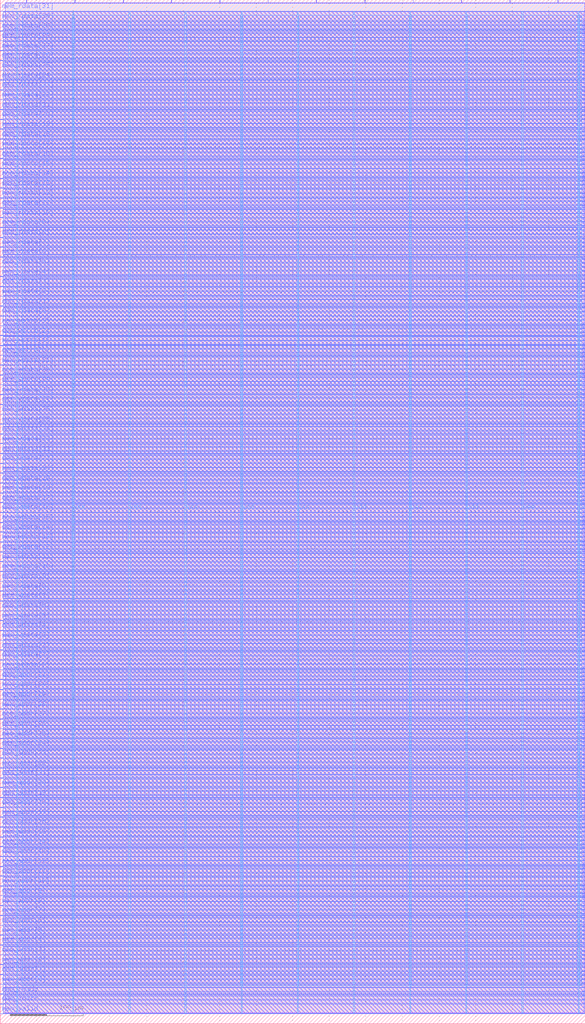
<source format=lef>
VERSION 5.7 ;
  NOWIREEXTENSIONATPIN ON ;
  DIVIDERCHAR "/" ;
  BUSBITCHARS "[]" ;
MACRO cpu
  CLASS BLOCK ;
  FOREIGN cpu ;
  ORIGIN 0.000 0.000 ;
  SIZE 800.000 BY 1400.000 ;
  PIN clk
    DIRECTION INPUT ;
    USE SIGNAL ;
    ANTENNAGATEAREA 4.738000 ;
    ANTENNADIFFAREA 0.410400 ;
    PORT
      LAYER Metal3 ;
        RECT 796.000 32.480 800.000 33.040 ;
    END
  END clk
  PIN irq_in[0]
    DIRECTION INPUT ;
    USE SIGNAL ;
    ANTENNAGATEAREA 0.741000 ;
    ANTENNADIFFAREA 0.410400 ;
    PORT
      LAYER Metal2 ;
        RECT 35.840 1396.000 36.400 1400.000 ;
    END
  END irq_in[0]
  PIN irq_in[1]
    DIRECTION INPUT ;
    USE SIGNAL ;
    ANTENNAGATEAREA 0.741000 ;
    ANTENNADIFFAREA 0.410400 ;
    PORT
      LAYER Metal2 ;
        RECT 101.920 1396.000 102.480 1400.000 ;
    END
  END irq_in[1]
  PIN irq_in[2]
    DIRECTION INPUT ;
    USE SIGNAL ;
    ANTENNAGATEAREA 0.741000 ;
    ANTENNADIFFAREA 0.410400 ;
    PORT
      LAYER Metal2 ;
        RECT 168.000 1396.000 168.560 1400.000 ;
    END
  END irq_in[2]
  PIN irq_in[3]
    DIRECTION INPUT ;
    USE SIGNAL ;
    ANTENNAGATEAREA 0.726000 ;
    ANTENNADIFFAREA 0.410400 ;
    PORT
      LAYER Metal2 ;
        RECT 234.080 1396.000 234.640 1400.000 ;
    END
  END irq_in[3]
  PIN irq_oeb[0]
    DIRECTION OUTPUT TRISTATE ;
    USE SIGNAL ;
    ANTENNADIFFAREA 0.536800 ;
    PORT
      LAYER Metal2 ;
        RECT 300.160 1396.000 300.720 1400.000 ;
    END
  END irq_oeb[0]
  PIN irq_oeb[1]
    DIRECTION OUTPUT TRISTATE ;
    USE SIGNAL ;
    ANTENNADIFFAREA 0.536800 ;
    PORT
      LAYER Metal2 ;
        RECT 366.240 1396.000 366.800 1400.000 ;
    END
  END irq_oeb[1]
  PIN irq_oeb[2]
    DIRECTION OUTPUT TRISTATE ;
    USE SIGNAL ;
    ANTENNADIFFAREA 0.536800 ;
    PORT
      LAYER Metal2 ;
        RECT 432.320 1396.000 432.880 1400.000 ;
    END
  END irq_oeb[2]
  PIN irq_oeb[3]
    DIRECTION OUTPUT TRISTATE ;
    USE SIGNAL ;
    ANTENNADIFFAREA 0.536800 ;
    PORT
      LAYER Metal2 ;
        RECT 498.400 1396.000 498.960 1400.000 ;
    END
  END irq_oeb[3]
  PIN irq_out[0]
    DIRECTION OUTPUT TRISTATE ;
    USE SIGNAL ;
    ANTENNADIFFAREA 0.360800 ;
    PORT
      LAYER Metal2 ;
        RECT 564.480 1396.000 565.040 1400.000 ;
    END
  END irq_out[0]
  PIN irq_out[1]
    DIRECTION OUTPUT TRISTATE ;
    USE SIGNAL ;
    ANTENNADIFFAREA 0.360800 ;
    PORT
      LAYER Metal2 ;
        RECT 630.560 1396.000 631.120 1400.000 ;
    END
  END irq_out[1]
  PIN irq_out[2]
    DIRECTION OUTPUT TRISTATE ;
    USE SIGNAL ;
    ANTENNADIFFAREA 0.360800 ;
    PORT
      LAYER Metal2 ;
        RECT 696.640 1396.000 697.200 1400.000 ;
    END
  END irq_out[2]
  PIN irq_out[3]
    DIRECTION OUTPUT TRISTATE ;
    USE SIGNAL ;
    ANTENNADIFFAREA 0.360800 ;
    PORT
      LAYER Metal2 ;
        RECT 762.720 1396.000 763.280 1400.000 ;
    END
  END irq_out[3]
  PIN mem_addr[0]
    DIRECTION OUTPUT TRISTATE ;
    USE SIGNAL ;
    ANTENNADIFFAREA 0.360800 ;
    PORT
      LAYER Metal3 ;
        RECT 0.000 53.760 4.000 54.320 ;
    END
  END mem_addr[0]
  PIN mem_addr[10]
    DIRECTION OUTPUT TRISTATE ;
    USE SIGNAL ;
    ANTENNADIFFAREA 4.731200 ;
    PORT
      LAYER Metal3 ;
        RECT 0.000 188.160 4.000 188.720 ;
    END
  END mem_addr[10]
  PIN mem_addr[11]
    DIRECTION OUTPUT TRISTATE ;
    USE SIGNAL ;
    ANTENNADIFFAREA 4.731200 ;
    PORT
      LAYER Metal3 ;
        RECT 0.000 201.600 4.000 202.160 ;
    END
  END mem_addr[11]
  PIN mem_addr[12]
    DIRECTION OUTPUT TRISTATE ;
    USE SIGNAL ;
    ANTENNADIFFAREA 4.731200 ;
    PORT
      LAYER Metal3 ;
        RECT 0.000 215.040 4.000 215.600 ;
    END
  END mem_addr[12]
  PIN mem_addr[13]
    DIRECTION OUTPUT TRISTATE ;
    USE SIGNAL ;
    ANTENNADIFFAREA 4.731200 ;
    PORT
      LAYER Metal3 ;
        RECT 0.000 228.480 4.000 229.040 ;
    END
  END mem_addr[13]
  PIN mem_addr[14]
    DIRECTION OUTPUT TRISTATE ;
    USE SIGNAL ;
    ANTENNADIFFAREA 4.731200 ;
    PORT
      LAYER Metal3 ;
        RECT 0.000 241.920 4.000 242.480 ;
    END
  END mem_addr[14]
  PIN mem_addr[15]
    DIRECTION OUTPUT TRISTATE ;
    USE SIGNAL ;
    ANTENNADIFFAREA 4.731200 ;
    PORT
      LAYER Metal3 ;
        RECT 0.000 255.360 4.000 255.920 ;
    END
  END mem_addr[15]
  PIN mem_addr[16]
    DIRECTION OUTPUT TRISTATE ;
    USE SIGNAL ;
    ANTENNADIFFAREA 4.731200 ;
    PORT
      LAYER Metal3 ;
        RECT 0.000 268.800 4.000 269.360 ;
    END
  END mem_addr[16]
  PIN mem_addr[17]
    DIRECTION OUTPUT TRISTATE ;
    USE SIGNAL ;
    ANTENNADIFFAREA 4.731200 ;
    PORT
      LAYER Metal3 ;
        RECT 0.000 282.240 4.000 282.800 ;
    END
  END mem_addr[17]
  PIN mem_addr[18]
    DIRECTION OUTPUT TRISTATE ;
    USE SIGNAL ;
    ANTENNADIFFAREA 4.731200 ;
    PORT
      LAYER Metal3 ;
        RECT 0.000 295.680 4.000 296.240 ;
    END
  END mem_addr[18]
  PIN mem_addr[19]
    DIRECTION OUTPUT TRISTATE ;
    USE SIGNAL ;
    ANTENNADIFFAREA 4.731200 ;
    PORT
      LAYER Metal3 ;
        RECT 0.000 309.120 4.000 309.680 ;
    END
  END mem_addr[19]
  PIN mem_addr[1]
    DIRECTION OUTPUT TRISTATE ;
    USE SIGNAL ;
    ANTENNADIFFAREA 0.360800 ;
    PORT
      LAYER Metal3 ;
        RECT 0.000 67.200 4.000 67.760 ;
    END
  END mem_addr[1]
  PIN mem_addr[20]
    DIRECTION OUTPUT TRISTATE ;
    USE SIGNAL ;
    ANTENNADIFFAREA 4.731200 ;
    PORT
      LAYER Metal3 ;
        RECT 0.000 322.560 4.000 323.120 ;
    END
  END mem_addr[20]
  PIN mem_addr[21]
    DIRECTION OUTPUT TRISTATE ;
    USE SIGNAL ;
    ANTENNADIFFAREA 4.731200 ;
    PORT
      LAYER Metal3 ;
        RECT 0.000 336.000 4.000 336.560 ;
    END
  END mem_addr[21]
  PIN mem_addr[22]
    DIRECTION OUTPUT TRISTATE ;
    USE SIGNAL ;
    ANTENNADIFFAREA 4.731200 ;
    PORT
      LAYER Metal3 ;
        RECT 0.000 349.440 4.000 350.000 ;
    END
  END mem_addr[22]
  PIN mem_addr[23]
    DIRECTION OUTPUT TRISTATE ;
    USE SIGNAL ;
    ANTENNADIFFAREA 4.731200 ;
    PORT
      LAYER Metal3 ;
        RECT 0.000 362.880 4.000 363.440 ;
    END
  END mem_addr[23]
  PIN mem_addr[24]
    DIRECTION OUTPUT TRISTATE ;
    USE SIGNAL ;
    ANTENNADIFFAREA 4.731200 ;
    PORT
      LAYER Metal3 ;
        RECT 0.000 376.320 4.000 376.880 ;
    END
  END mem_addr[24]
  PIN mem_addr[25]
    DIRECTION OUTPUT TRISTATE ;
    USE SIGNAL ;
    ANTENNADIFFAREA 4.731200 ;
    PORT
      LAYER Metal3 ;
        RECT 0.000 389.760 4.000 390.320 ;
    END
  END mem_addr[25]
  PIN mem_addr[26]
    DIRECTION OUTPUT TRISTATE ;
    USE SIGNAL ;
    ANTENNADIFFAREA 4.731200 ;
    PORT
      LAYER Metal3 ;
        RECT 0.000 403.200 4.000 403.760 ;
    END
  END mem_addr[26]
  PIN mem_addr[27]
    DIRECTION OUTPUT TRISTATE ;
    USE SIGNAL ;
    ANTENNADIFFAREA 4.731200 ;
    PORT
      LAYER Metal3 ;
        RECT 0.000 416.640 4.000 417.200 ;
    END
  END mem_addr[27]
  PIN mem_addr[28]
    DIRECTION OUTPUT TRISTATE ;
    USE SIGNAL ;
    ANTENNADIFFAREA 4.731200 ;
    PORT
      LAYER Metal3 ;
        RECT 0.000 430.080 4.000 430.640 ;
    END
  END mem_addr[28]
  PIN mem_addr[29]
    DIRECTION OUTPUT TRISTATE ;
    USE SIGNAL ;
    ANTENNADIFFAREA 4.731200 ;
    PORT
      LAYER Metal3 ;
        RECT 0.000 443.520 4.000 444.080 ;
    END
  END mem_addr[29]
  PIN mem_addr[2]
    DIRECTION OUTPUT TRISTATE ;
    USE SIGNAL ;
    ANTENNADIFFAREA 4.731200 ;
    PORT
      LAYER Metal3 ;
        RECT 0.000 80.640 4.000 81.200 ;
    END
  END mem_addr[2]
  PIN mem_addr[30]
    DIRECTION OUTPUT TRISTATE ;
    USE SIGNAL ;
    ANTENNADIFFAREA 4.731200 ;
    PORT
      LAYER Metal3 ;
        RECT 0.000 456.960 4.000 457.520 ;
    END
  END mem_addr[30]
  PIN mem_addr[31]
    DIRECTION OUTPUT TRISTATE ;
    USE SIGNAL ;
    ANTENNADIFFAREA 4.731200 ;
    PORT
      LAYER Metal3 ;
        RECT 0.000 470.400 4.000 470.960 ;
    END
  END mem_addr[31]
  PIN mem_addr[3]
    DIRECTION OUTPUT TRISTATE ;
    USE SIGNAL ;
    ANTENNADIFFAREA 4.731200 ;
    PORT
      LAYER Metal3 ;
        RECT 0.000 94.080 4.000 94.640 ;
    END
  END mem_addr[3]
  PIN mem_addr[4]
    DIRECTION OUTPUT TRISTATE ;
    USE SIGNAL ;
    ANTENNADIFFAREA 4.731200 ;
    PORT
      LAYER Metal3 ;
        RECT 0.000 107.520 4.000 108.080 ;
    END
  END mem_addr[4]
  PIN mem_addr[5]
    DIRECTION OUTPUT TRISTATE ;
    USE SIGNAL ;
    ANTENNADIFFAREA 4.731200 ;
    PORT
      LAYER Metal3 ;
        RECT 0.000 120.960 4.000 121.520 ;
    END
  END mem_addr[5]
  PIN mem_addr[6]
    DIRECTION OUTPUT TRISTATE ;
    USE SIGNAL ;
    ANTENNADIFFAREA 4.731200 ;
    PORT
      LAYER Metal3 ;
        RECT 0.000 134.400 4.000 134.960 ;
    END
  END mem_addr[6]
  PIN mem_addr[7]
    DIRECTION OUTPUT TRISTATE ;
    USE SIGNAL ;
    ANTENNADIFFAREA 4.731200 ;
    PORT
      LAYER Metal3 ;
        RECT 0.000 147.840 4.000 148.400 ;
    END
  END mem_addr[7]
  PIN mem_addr[8]
    DIRECTION OUTPUT TRISTATE ;
    USE SIGNAL ;
    ANTENNADIFFAREA 4.731200 ;
    PORT
      LAYER Metal3 ;
        RECT 0.000 161.280 4.000 161.840 ;
    END
  END mem_addr[8]
  PIN mem_addr[9]
    DIRECTION OUTPUT TRISTATE ;
    USE SIGNAL ;
    ANTENNADIFFAREA 4.731200 ;
    PORT
      LAYER Metal3 ;
        RECT 0.000 174.720 4.000 175.280 ;
    END
  END mem_addr[9]
  PIN mem_instr
    DIRECTION OUTPUT TRISTATE ;
    USE SIGNAL ;
    ANTENNADIFFAREA 4.731200 ;
    PORT
      LAYER Metal3 ;
        RECT 0.000 26.880 4.000 27.440 ;
    END
  END mem_instr
  PIN mem_rdata[0]
    DIRECTION INPUT ;
    USE SIGNAL ;
    ANTENNAGATEAREA 2.369000 ;
    ANTENNADIFFAREA 0.410400 ;
    PORT
      LAYER Metal3 ;
        RECT 0.000 967.680 4.000 968.240 ;
    END
  END mem_rdata[0]
  PIN mem_rdata[10]
    DIRECTION INPUT ;
    USE SIGNAL ;
    ANTENNAGATEAREA 2.369000 ;
    ANTENNADIFFAREA 0.410400 ;
    PORT
      LAYER Metal3 ;
        RECT 0.000 1102.080 4.000 1102.640 ;
    END
  END mem_rdata[10]
  PIN mem_rdata[11]
    DIRECTION INPUT ;
    USE SIGNAL ;
    ANTENNAGATEAREA 2.369000 ;
    ANTENNADIFFAREA 0.410400 ;
    PORT
      LAYER Metal3 ;
        RECT 0.000 1115.520 4.000 1116.080 ;
    END
  END mem_rdata[11]
  PIN mem_rdata[12]
    DIRECTION INPUT ;
    USE SIGNAL ;
    ANTENNAGATEAREA 2.369000 ;
    ANTENNADIFFAREA 0.410400 ;
    PORT
      LAYER Metal3 ;
        RECT 0.000 1128.960 4.000 1129.520 ;
    END
  END mem_rdata[12]
  PIN mem_rdata[13]
    DIRECTION INPUT ;
    USE SIGNAL ;
    ANTENNAGATEAREA 2.369000 ;
    ANTENNADIFFAREA 0.410400 ;
    PORT
      LAYER Metal3 ;
        RECT 0.000 1142.400 4.000 1142.960 ;
    END
  END mem_rdata[13]
  PIN mem_rdata[14]
    DIRECTION INPUT ;
    USE SIGNAL ;
    ANTENNAGATEAREA 2.369000 ;
    ANTENNADIFFAREA 0.410400 ;
    PORT
      LAYER Metal3 ;
        RECT 0.000 1155.840 4.000 1156.400 ;
    END
  END mem_rdata[14]
  PIN mem_rdata[15]
    DIRECTION INPUT ;
    USE SIGNAL ;
    ANTENNAGATEAREA 2.369000 ;
    ANTENNADIFFAREA 0.410400 ;
    PORT
      LAYER Metal3 ;
        RECT 0.000 1169.280 4.000 1169.840 ;
    END
  END mem_rdata[15]
  PIN mem_rdata[16]
    DIRECTION INPUT ;
    USE SIGNAL ;
    ANTENNAGATEAREA 2.369000 ;
    ANTENNADIFFAREA 0.410400 ;
    PORT
      LAYER Metal3 ;
        RECT 0.000 1182.720 4.000 1183.280 ;
    END
  END mem_rdata[16]
  PIN mem_rdata[17]
    DIRECTION INPUT ;
    USE SIGNAL ;
    ANTENNAGATEAREA 2.369000 ;
    ANTENNADIFFAREA 0.410400 ;
    PORT
      LAYER Metal3 ;
        RECT 0.000 1196.160 4.000 1196.720 ;
    END
  END mem_rdata[17]
  PIN mem_rdata[18]
    DIRECTION INPUT ;
    USE SIGNAL ;
    ANTENNAGATEAREA 2.369000 ;
    ANTENNADIFFAREA 0.410400 ;
    PORT
      LAYER Metal3 ;
        RECT 0.000 1209.600 4.000 1210.160 ;
    END
  END mem_rdata[18]
  PIN mem_rdata[19]
    DIRECTION INPUT ;
    USE SIGNAL ;
    ANTENNAGATEAREA 2.369000 ;
    ANTENNADIFFAREA 0.410400 ;
    PORT
      LAYER Metal3 ;
        RECT 0.000 1223.040 4.000 1223.600 ;
    END
  END mem_rdata[19]
  PIN mem_rdata[1]
    DIRECTION INPUT ;
    USE SIGNAL ;
    ANTENNAGATEAREA 2.369000 ;
    ANTENNADIFFAREA 0.410400 ;
    PORT
      LAYER Metal3 ;
        RECT 0.000 981.120 4.000 981.680 ;
    END
  END mem_rdata[1]
  PIN mem_rdata[20]
    DIRECTION INPUT ;
    USE SIGNAL ;
    ANTENNAGATEAREA 2.369000 ;
    ANTENNADIFFAREA 0.410400 ;
    PORT
      LAYER Metal3 ;
        RECT 0.000 1236.480 4.000 1237.040 ;
    END
  END mem_rdata[20]
  PIN mem_rdata[21]
    DIRECTION INPUT ;
    USE SIGNAL ;
    ANTENNAGATEAREA 2.369000 ;
    ANTENNADIFFAREA 0.410400 ;
    PORT
      LAYER Metal3 ;
        RECT 0.000 1249.920 4.000 1250.480 ;
    END
  END mem_rdata[21]
  PIN mem_rdata[22]
    DIRECTION INPUT ;
    USE SIGNAL ;
    ANTENNAGATEAREA 2.369000 ;
    ANTENNADIFFAREA 0.410400 ;
    PORT
      LAYER Metal3 ;
        RECT 0.000 1263.360 4.000 1263.920 ;
    END
  END mem_rdata[22]
  PIN mem_rdata[23]
    DIRECTION INPUT ;
    USE SIGNAL ;
    ANTENNAGATEAREA 2.369000 ;
    ANTENNADIFFAREA 0.410400 ;
    PORT
      LAYER Metal3 ;
        RECT 0.000 1276.800 4.000 1277.360 ;
    END
  END mem_rdata[23]
  PIN mem_rdata[24]
    DIRECTION INPUT ;
    USE SIGNAL ;
    ANTENNAGATEAREA 2.369000 ;
    ANTENNADIFFAREA 0.410400 ;
    PORT
      LAYER Metal3 ;
        RECT 0.000 1290.240 4.000 1290.800 ;
    END
  END mem_rdata[24]
  PIN mem_rdata[25]
    DIRECTION INPUT ;
    USE SIGNAL ;
    ANTENNAGATEAREA 2.369000 ;
    ANTENNADIFFAREA 0.410400 ;
    PORT
      LAYER Metal3 ;
        RECT 0.000 1303.680 4.000 1304.240 ;
    END
  END mem_rdata[25]
  PIN mem_rdata[26]
    DIRECTION INPUT ;
    USE SIGNAL ;
    ANTENNAGATEAREA 2.369000 ;
    ANTENNADIFFAREA 0.410400 ;
    PORT
      LAYER Metal3 ;
        RECT 0.000 1317.120 4.000 1317.680 ;
    END
  END mem_rdata[26]
  PIN mem_rdata[27]
    DIRECTION INPUT ;
    USE SIGNAL ;
    ANTENNAGATEAREA 2.369000 ;
    ANTENNADIFFAREA 0.410400 ;
    PORT
      LAYER Metal3 ;
        RECT 0.000 1330.560 4.000 1331.120 ;
    END
  END mem_rdata[27]
  PIN mem_rdata[28]
    DIRECTION INPUT ;
    USE SIGNAL ;
    ANTENNAGATEAREA 2.369000 ;
    ANTENNADIFFAREA 0.410400 ;
    PORT
      LAYER Metal3 ;
        RECT 0.000 1344.000 4.000 1344.560 ;
    END
  END mem_rdata[28]
  PIN mem_rdata[29]
    DIRECTION INPUT ;
    USE SIGNAL ;
    ANTENNAGATEAREA 4.408000 ;
    ANTENNADIFFAREA 0.410400 ;
    PORT
      LAYER Metal3 ;
        RECT 0.000 1357.440 4.000 1358.000 ;
    END
  END mem_rdata[29]
  PIN mem_rdata[2]
    DIRECTION INPUT ;
    USE SIGNAL ;
    ANTENNAGATEAREA 2.369000 ;
    ANTENNADIFFAREA 0.410400 ;
    PORT
      LAYER Metal3 ;
        RECT 0.000 994.560 4.000 995.120 ;
    END
  END mem_rdata[2]
  PIN mem_rdata[30]
    DIRECTION INPUT ;
    USE SIGNAL ;
    ANTENNAGATEAREA 2.369000 ;
    ANTENNADIFFAREA 0.410400 ;
    PORT
      LAYER Metal3 ;
        RECT 0.000 1370.880 4.000 1371.440 ;
    END
  END mem_rdata[30]
  PIN mem_rdata[31]
    DIRECTION INPUT ;
    USE SIGNAL ;
    ANTENNAGATEAREA 2.369000 ;
    ANTENNADIFFAREA 0.410400 ;
    PORT
      LAYER Metal3 ;
        RECT 0.000 1384.320 4.000 1384.880 ;
    END
  END mem_rdata[31]
  PIN mem_rdata[3]
    DIRECTION INPUT ;
    USE SIGNAL ;
    ANTENNAGATEAREA 2.369000 ;
    ANTENNADIFFAREA 0.410400 ;
    PORT
      LAYER Metal3 ;
        RECT 0.000 1008.000 4.000 1008.560 ;
    END
  END mem_rdata[3]
  PIN mem_rdata[4]
    DIRECTION INPUT ;
    USE SIGNAL ;
    ANTENNAGATEAREA 2.369000 ;
    ANTENNADIFFAREA 0.410400 ;
    PORT
      LAYER Metal3 ;
        RECT 0.000 1021.440 4.000 1022.000 ;
    END
  END mem_rdata[4]
  PIN mem_rdata[5]
    DIRECTION INPUT ;
    USE SIGNAL ;
    ANTENNAGATEAREA 2.369000 ;
    ANTENNADIFFAREA 0.410400 ;
    PORT
      LAYER Metal3 ;
        RECT 0.000 1034.880 4.000 1035.440 ;
    END
  END mem_rdata[5]
  PIN mem_rdata[6]
    DIRECTION INPUT ;
    USE SIGNAL ;
    ANTENNAGATEAREA 2.369000 ;
    ANTENNADIFFAREA 0.410400 ;
    PORT
      LAYER Metal3 ;
        RECT 0.000 1048.320 4.000 1048.880 ;
    END
  END mem_rdata[6]
  PIN mem_rdata[7]
    DIRECTION INPUT ;
    USE SIGNAL ;
    ANTENNAGATEAREA 2.369000 ;
    ANTENNADIFFAREA 0.410400 ;
    PORT
      LAYER Metal3 ;
        RECT 0.000 1061.760 4.000 1062.320 ;
    END
  END mem_rdata[7]
  PIN mem_rdata[8]
    DIRECTION INPUT ;
    USE SIGNAL ;
    ANTENNAGATEAREA 2.369000 ;
    ANTENNADIFFAREA 0.410400 ;
    PORT
      LAYER Metal3 ;
        RECT 0.000 1075.200 4.000 1075.760 ;
    END
  END mem_rdata[8]
  PIN mem_rdata[9]
    DIRECTION INPUT ;
    USE SIGNAL ;
    ANTENNAGATEAREA 2.369000 ;
    ANTENNADIFFAREA 0.410400 ;
    PORT
      LAYER Metal3 ;
        RECT 0.000 1088.640 4.000 1089.200 ;
    END
  END mem_rdata[9]
  PIN mem_ready
    DIRECTION INPUT ;
    USE SIGNAL ;
    ANTENNAGATEAREA 1.102000 ;
    ANTENNADIFFAREA 0.410400 ;
    PORT
      LAYER Metal3 ;
        RECT 0.000 40.320 4.000 40.880 ;
    END
  END mem_ready
  PIN mem_valid
    DIRECTION OUTPUT TRISTATE ;
    USE SIGNAL ;
    ANTENNADIFFAREA 4.731200 ;
    PORT
      LAYER Metal3 ;
        RECT 0.000 13.440 4.000 14.000 ;
    END
  END mem_valid
  PIN mem_wdata[0]
    DIRECTION OUTPUT TRISTATE ;
    USE SIGNAL ;
    ANTENNADIFFAREA 4.731200 ;
    PORT
      LAYER Metal3 ;
        RECT 0.000 483.840 4.000 484.400 ;
    END
  END mem_wdata[0]
  PIN mem_wdata[10]
    DIRECTION OUTPUT TRISTATE ;
    USE SIGNAL ;
    ANTENNADIFFAREA 4.731200 ;
    PORT
      LAYER Metal3 ;
        RECT 0.000 618.240 4.000 618.800 ;
    END
  END mem_wdata[10]
  PIN mem_wdata[11]
    DIRECTION OUTPUT TRISTATE ;
    USE SIGNAL ;
    ANTENNADIFFAREA 4.731200 ;
    PORT
      LAYER Metal3 ;
        RECT 0.000 631.680 4.000 632.240 ;
    END
  END mem_wdata[11]
  PIN mem_wdata[12]
    DIRECTION OUTPUT TRISTATE ;
    USE SIGNAL ;
    ANTENNADIFFAREA 4.731200 ;
    PORT
      LAYER Metal3 ;
        RECT 0.000 645.120 4.000 645.680 ;
    END
  END mem_wdata[12]
  PIN mem_wdata[13]
    DIRECTION OUTPUT TRISTATE ;
    USE SIGNAL ;
    ANTENNADIFFAREA 4.731200 ;
    PORT
      LAYER Metal3 ;
        RECT 0.000 658.560 4.000 659.120 ;
    END
  END mem_wdata[13]
  PIN mem_wdata[14]
    DIRECTION OUTPUT TRISTATE ;
    USE SIGNAL ;
    ANTENNADIFFAREA 4.731200 ;
    PORT
      LAYER Metal3 ;
        RECT 0.000 672.000 4.000 672.560 ;
    END
  END mem_wdata[14]
  PIN mem_wdata[15]
    DIRECTION OUTPUT TRISTATE ;
    USE SIGNAL ;
    ANTENNADIFFAREA 4.731200 ;
    PORT
      LAYER Metal3 ;
        RECT 0.000 685.440 4.000 686.000 ;
    END
  END mem_wdata[15]
  PIN mem_wdata[16]
    DIRECTION OUTPUT TRISTATE ;
    USE SIGNAL ;
    ANTENNADIFFAREA 4.731200 ;
    PORT
      LAYER Metal3 ;
        RECT 0.000 698.880 4.000 699.440 ;
    END
  END mem_wdata[16]
  PIN mem_wdata[17]
    DIRECTION OUTPUT TRISTATE ;
    USE SIGNAL ;
    ANTENNADIFFAREA 4.731200 ;
    PORT
      LAYER Metal3 ;
        RECT 0.000 712.320 4.000 712.880 ;
    END
  END mem_wdata[17]
  PIN mem_wdata[18]
    DIRECTION OUTPUT TRISTATE ;
    USE SIGNAL ;
    ANTENNADIFFAREA 4.731200 ;
    PORT
      LAYER Metal3 ;
        RECT 0.000 725.760 4.000 726.320 ;
    END
  END mem_wdata[18]
  PIN mem_wdata[19]
    DIRECTION OUTPUT TRISTATE ;
    USE SIGNAL ;
    ANTENNADIFFAREA 4.731200 ;
    PORT
      LAYER Metal3 ;
        RECT 0.000 739.200 4.000 739.760 ;
    END
  END mem_wdata[19]
  PIN mem_wdata[1]
    DIRECTION OUTPUT TRISTATE ;
    USE SIGNAL ;
    ANTENNADIFFAREA 4.731200 ;
    PORT
      LAYER Metal3 ;
        RECT 0.000 497.280 4.000 497.840 ;
    END
  END mem_wdata[1]
  PIN mem_wdata[20]
    DIRECTION OUTPUT TRISTATE ;
    USE SIGNAL ;
    ANTENNADIFFAREA 4.731200 ;
    PORT
      LAYER Metal3 ;
        RECT 0.000 752.640 4.000 753.200 ;
    END
  END mem_wdata[20]
  PIN mem_wdata[21]
    DIRECTION OUTPUT TRISTATE ;
    USE SIGNAL ;
    ANTENNADIFFAREA 4.731200 ;
    PORT
      LAYER Metal3 ;
        RECT 0.000 766.080 4.000 766.640 ;
    END
  END mem_wdata[21]
  PIN mem_wdata[22]
    DIRECTION OUTPUT TRISTATE ;
    USE SIGNAL ;
    ANTENNADIFFAREA 4.731200 ;
    PORT
      LAYER Metal3 ;
        RECT 0.000 779.520 4.000 780.080 ;
    END
  END mem_wdata[22]
  PIN mem_wdata[23]
    DIRECTION OUTPUT TRISTATE ;
    USE SIGNAL ;
    ANTENNADIFFAREA 4.731200 ;
    PORT
      LAYER Metal3 ;
        RECT 0.000 792.960 4.000 793.520 ;
    END
  END mem_wdata[23]
  PIN mem_wdata[24]
    DIRECTION OUTPUT TRISTATE ;
    USE SIGNAL ;
    ANTENNADIFFAREA 4.731200 ;
    PORT
      LAYER Metal3 ;
        RECT 0.000 806.400 4.000 806.960 ;
    END
  END mem_wdata[24]
  PIN mem_wdata[25]
    DIRECTION OUTPUT TRISTATE ;
    USE SIGNAL ;
    ANTENNADIFFAREA 4.731200 ;
    PORT
      LAYER Metal3 ;
        RECT 0.000 819.840 4.000 820.400 ;
    END
  END mem_wdata[25]
  PIN mem_wdata[26]
    DIRECTION OUTPUT TRISTATE ;
    USE SIGNAL ;
    ANTENNADIFFAREA 4.731200 ;
    PORT
      LAYER Metal3 ;
        RECT 0.000 833.280 4.000 833.840 ;
    END
  END mem_wdata[26]
  PIN mem_wdata[27]
    DIRECTION OUTPUT TRISTATE ;
    USE SIGNAL ;
    ANTENNADIFFAREA 4.731200 ;
    PORT
      LAYER Metal3 ;
        RECT 0.000 846.720 4.000 847.280 ;
    END
  END mem_wdata[27]
  PIN mem_wdata[28]
    DIRECTION OUTPUT TRISTATE ;
    USE SIGNAL ;
    ANTENNADIFFAREA 4.731200 ;
    PORT
      LAYER Metal3 ;
        RECT 0.000 860.160 4.000 860.720 ;
    END
  END mem_wdata[28]
  PIN mem_wdata[29]
    DIRECTION OUTPUT TRISTATE ;
    USE SIGNAL ;
    ANTENNADIFFAREA 4.731200 ;
    PORT
      LAYER Metal3 ;
        RECT 0.000 873.600 4.000 874.160 ;
    END
  END mem_wdata[29]
  PIN mem_wdata[2]
    DIRECTION OUTPUT TRISTATE ;
    USE SIGNAL ;
    ANTENNADIFFAREA 4.731200 ;
    PORT
      LAYER Metal3 ;
        RECT 0.000 510.720 4.000 511.280 ;
    END
  END mem_wdata[2]
  PIN mem_wdata[30]
    DIRECTION OUTPUT TRISTATE ;
    USE SIGNAL ;
    ANTENNADIFFAREA 4.731200 ;
    PORT
      LAYER Metal3 ;
        RECT 0.000 887.040 4.000 887.600 ;
    END
  END mem_wdata[30]
  PIN mem_wdata[31]
    DIRECTION OUTPUT TRISTATE ;
    USE SIGNAL ;
    ANTENNADIFFAREA 4.731200 ;
    PORT
      LAYER Metal3 ;
        RECT 0.000 900.480 4.000 901.040 ;
    END
  END mem_wdata[31]
  PIN mem_wdata[3]
    DIRECTION OUTPUT TRISTATE ;
    USE SIGNAL ;
    ANTENNADIFFAREA 4.731200 ;
    PORT
      LAYER Metal3 ;
        RECT 0.000 524.160 4.000 524.720 ;
    END
  END mem_wdata[3]
  PIN mem_wdata[4]
    DIRECTION OUTPUT TRISTATE ;
    USE SIGNAL ;
    ANTENNADIFFAREA 4.731200 ;
    PORT
      LAYER Metal3 ;
        RECT 0.000 537.600 4.000 538.160 ;
    END
  END mem_wdata[4]
  PIN mem_wdata[5]
    DIRECTION OUTPUT TRISTATE ;
    USE SIGNAL ;
    ANTENNADIFFAREA 4.731200 ;
    PORT
      LAYER Metal3 ;
        RECT 0.000 551.040 4.000 551.600 ;
    END
  END mem_wdata[5]
  PIN mem_wdata[6]
    DIRECTION OUTPUT TRISTATE ;
    USE SIGNAL ;
    ANTENNADIFFAREA 4.731200 ;
    PORT
      LAYER Metal3 ;
        RECT 0.000 564.480 4.000 565.040 ;
    END
  END mem_wdata[6]
  PIN mem_wdata[7]
    DIRECTION OUTPUT TRISTATE ;
    USE SIGNAL ;
    ANTENNADIFFAREA 4.731200 ;
    PORT
      LAYER Metal3 ;
        RECT 0.000 577.920 4.000 578.480 ;
    END
  END mem_wdata[7]
  PIN mem_wdata[8]
    DIRECTION OUTPUT TRISTATE ;
    USE SIGNAL ;
    ANTENNADIFFAREA 4.731200 ;
    PORT
      LAYER Metal3 ;
        RECT 0.000 591.360 4.000 591.920 ;
    END
  END mem_wdata[8]
  PIN mem_wdata[9]
    DIRECTION OUTPUT TRISTATE ;
    USE SIGNAL ;
    ANTENNADIFFAREA 4.731200 ;
    PORT
      LAYER Metal3 ;
        RECT 0.000 604.800 4.000 605.360 ;
    END
  END mem_wdata[9]
  PIN mem_wstrb[0]
    DIRECTION OUTPUT TRISTATE ;
    USE SIGNAL ;
    ANTENNADIFFAREA 4.731200 ;
    PORT
      LAYER Metal3 ;
        RECT 0.000 913.920 4.000 914.480 ;
    END
  END mem_wstrb[0]
  PIN mem_wstrb[1]
    DIRECTION OUTPUT TRISTATE ;
    USE SIGNAL ;
    ANTENNADIFFAREA 4.731200 ;
    PORT
      LAYER Metal3 ;
        RECT 0.000 927.360 4.000 927.920 ;
    END
  END mem_wstrb[1]
  PIN mem_wstrb[2]
    DIRECTION OUTPUT TRISTATE ;
    USE SIGNAL ;
    ANTENNADIFFAREA 4.731200 ;
    PORT
      LAYER Metal3 ;
        RECT 0.000 940.800 4.000 941.360 ;
    END
  END mem_wstrb[2]
  PIN mem_wstrb[3]
    DIRECTION OUTPUT TRISTATE ;
    USE SIGNAL ;
    ANTENNADIFFAREA 4.731200 ;
    PORT
      LAYER Metal3 ;
        RECT 0.000 954.240 4.000 954.800 ;
    END
  END mem_wstrb[3]
  PIN pcpi_approx_mul_rd[0]
    DIRECTION INPUT ;
    USE SIGNAL ;
    ANTENNAGATEAREA 0.726000 ;
    ANTENNADIFFAREA 0.410400 ;
    PORT
      LAYER Metal3 ;
        RECT 796.000 1174.880 800.000 1175.440 ;
    END
  END pcpi_approx_mul_rd[0]
  PIN pcpi_approx_mul_rd[10]
    DIRECTION INPUT ;
    USE SIGNAL ;
    ANTENNAGATEAREA 0.726000 ;
    ANTENNADIFFAREA 0.410400 ;
    PORT
      LAYER Metal3 ;
        RECT 796.000 1230.880 800.000 1231.440 ;
    END
  END pcpi_approx_mul_rd[10]
  PIN pcpi_approx_mul_rd[11]
    DIRECTION INPUT ;
    USE SIGNAL ;
    ANTENNAGATEAREA 0.726000 ;
    ANTENNADIFFAREA 0.410400 ;
    PORT
      LAYER Metal3 ;
        RECT 796.000 1236.480 800.000 1237.040 ;
    END
  END pcpi_approx_mul_rd[11]
  PIN pcpi_approx_mul_rd[12]
    DIRECTION INPUT ;
    USE SIGNAL ;
    ANTENNAGATEAREA 0.726000 ;
    ANTENNADIFFAREA 0.410400 ;
    PORT
      LAYER Metal3 ;
        RECT 796.000 1242.080 800.000 1242.640 ;
    END
  END pcpi_approx_mul_rd[12]
  PIN pcpi_approx_mul_rd[13]
    DIRECTION INPUT ;
    USE SIGNAL ;
    ANTENNAGATEAREA 1.102000 ;
    ANTENNADIFFAREA 0.410400 ;
    PORT
      LAYER Metal3 ;
        RECT 796.000 1247.680 800.000 1248.240 ;
    END
  END pcpi_approx_mul_rd[13]
  PIN pcpi_approx_mul_rd[14]
    DIRECTION INPUT ;
    USE SIGNAL ;
    ANTENNAGATEAREA 1.102000 ;
    ANTENNADIFFAREA 0.410400 ;
    PORT
      LAYER Metal3 ;
        RECT 796.000 1253.280 800.000 1253.840 ;
    END
  END pcpi_approx_mul_rd[14]
  PIN pcpi_approx_mul_rd[15]
    DIRECTION INPUT ;
    USE SIGNAL ;
    ANTENNAGATEAREA 1.102000 ;
    ANTENNADIFFAREA 0.410400 ;
    PORT
      LAYER Metal3 ;
        RECT 796.000 1258.880 800.000 1259.440 ;
    END
  END pcpi_approx_mul_rd[15]
  PIN pcpi_approx_mul_rd[16]
    DIRECTION INPUT ;
    USE SIGNAL ;
    ANTENNAGATEAREA 0.726000 ;
    ANTENNADIFFAREA 0.410400 ;
    PORT
      LAYER Metal3 ;
        RECT 796.000 1264.480 800.000 1265.040 ;
    END
  END pcpi_approx_mul_rd[16]
  PIN pcpi_approx_mul_rd[17]
    DIRECTION INPUT ;
    USE SIGNAL ;
    ANTENNAGATEAREA 0.726000 ;
    ANTENNADIFFAREA 0.410400 ;
    PORT
      LAYER Metal3 ;
        RECT 796.000 1270.080 800.000 1270.640 ;
    END
  END pcpi_approx_mul_rd[17]
  PIN pcpi_approx_mul_rd[18]
    DIRECTION INPUT ;
    USE SIGNAL ;
    ANTENNAGATEAREA 0.726000 ;
    ANTENNADIFFAREA 0.410400 ;
    PORT
      LAYER Metal3 ;
        RECT 796.000 1275.680 800.000 1276.240 ;
    END
  END pcpi_approx_mul_rd[18]
  PIN pcpi_approx_mul_rd[19]
    DIRECTION INPUT ;
    USE SIGNAL ;
    ANTENNAGATEAREA 0.726000 ;
    ANTENNADIFFAREA 0.410400 ;
    PORT
      LAYER Metal3 ;
        RECT 796.000 1281.280 800.000 1281.840 ;
    END
  END pcpi_approx_mul_rd[19]
  PIN pcpi_approx_mul_rd[1]
    DIRECTION INPUT ;
    USE SIGNAL ;
    ANTENNAGATEAREA 0.741000 ;
    ANTENNADIFFAREA 0.410400 ;
    PORT
      LAYER Metal3 ;
        RECT 796.000 1180.480 800.000 1181.040 ;
    END
  END pcpi_approx_mul_rd[1]
  PIN pcpi_approx_mul_rd[20]
    DIRECTION INPUT ;
    USE SIGNAL ;
    ANTENNAGATEAREA 0.726000 ;
    ANTENNADIFFAREA 0.410400 ;
    PORT
      LAYER Metal3 ;
        RECT 796.000 1286.880 800.000 1287.440 ;
    END
  END pcpi_approx_mul_rd[20]
  PIN pcpi_approx_mul_rd[21]
    DIRECTION INPUT ;
    USE SIGNAL ;
    ANTENNAGATEAREA 0.726000 ;
    ANTENNADIFFAREA 0.410400 ;
    PORT
      LAYER Metal3 ;
        RECT 796.000 1292.480 800.000 1293.040 ;
    END
  END pcpi_approx_mul_rd[21]
  PIN pcpi_approx_mul_rd[22]
    DIRECTION INPUT ;
    USE SIGNAL ;
    ANTENNAGATEAREA 0.726000 ;
    ANTENNADIFFAREA 0.410400 ;
    PORT
      LAYER Metal3 ;
        RECT 796.000 1298.080 800.000 1298.640 ;
    END
  END pcpi_approx_mul_rd[22]
  PIN pcpi_approx_mul_rd[23]
    DIRECTION INPUT ;
    USE SIGNAL ;
    ANTENNAGATEAREA 0.726000 ;
    ANTENNADIFFAREA 0.410400 ;
    PORT
      LAYER Metal3 ;
        RECT 796.000 1303.680 800.000 1304.240 ;
    END
  END pcpi_approx_mul_rd[23]
  PIN pcpi_approx_mul_rd[24]
    DIRECTION INPUT ;
    USE SIGNAL ;
    ANTENNAGATEAREA 1.102000 ;
    ANTENNADIFFAREA 0.410400 ;
    PORT
      LAYER Metal3 ;
        RECT 796.000 1309.280 800.000 1309.840 ;
    END
  END pcpi_approx_mul_rd[24]
  PIN pcpi_approx_mul_rd[25]
    DIRECTION INPUT ;
    USE SIGNAL ;
    ANTENNAGATEAREA 1.102000 ;
    ANTENNADIFFAREA 0.410400 ;
    PORT
      LAYER Metal3 ;
        RECT 796.000 1314.880 800.000 1315.440 ;
    END
  END pcpi_approx_mul_rd[25]
  PIN pcpi_approx_mul_rd[26]
    DIRECTION INPUT ;
    USE SIGNAL ;
    ANTENNAGATEAREA 1.102000 ;
    ANTENNADIFFAREA 0.410400 ;
    PORT
      LAYER Metal3 ;
        RECT 796.000 1320.480 800.000 1321.040 ;
    END
  END pcpi_approx_mul_rd[26]
  PIN pcpi_approx_mul_rd[27]
    DIRECTION INPUT ;
    USE SIGNAL ;
    ANTENNAGATEAREA 1.102000 ;
    ANTENNADIFFAREA 0.410400 ;
    PORT
      LAYER Metal3 ;
        RECT 796.000 1326.080 800.000 1326.640 ;
    END
  END pcpi_approx_mul_rd[27]
  PIN pcpi_approx_mul_rd[28]
    DIRECTION INPUT ;
    USE SIGNAL ;
    ANTENNAGATEAREA 0.726000 ;
    ANTENNADIFFAREA 0.410400 ;
    PORT
      LAYER Metal3 ;
        RECT 796.000 1331.680 800.000 1332.240 ;
    END
  END pcpi_approx_mul_rd[28]
  PIN pcpi_approx_mul_rd[29]
    DIRECTION INPUT ;
    USE SIGNAL ;
    ANTENNAGATEAREA 0.726000 ;
    ANTENNADIFFAREA 0.410400 ;
    PORT
      LAYER Metal3 ;
        RECT 796.000 1337.280 800.000 1337.840 ;
    END
  END pcpi_approx_mul_rd[29]
  PIN pcpi_approx_mul_rd[2]
    DIRECTION INPUT ;
    USE SIGNAL ;
    ANTENNAGATEAREA 0.726000 ;
    ANTENNADIFFAREA 0.410400 ;
    PORT
      LAYER Metal3 ;
        RECT 796.000 1186.080 800.000 1186.640 ;
    END
  END pcpi_approx_mul_rd[2]
  PIN pcpi_approx_mul_rd[30]
    DIRECTION INPUT ;
    USE SIGNAL ;
    ANTENNAGATEAREA 0.726000 ;
    ANTENNADIFFAREA 0.410400 ;
    PORT
      LAYER Metal3 ;
        RECT 796.000 1342.880 800.000 1343.440 ;
    END
  END pcpi_approx_mul_rd[30]
  PIN pcpi_approx_mul_rd[31]
    DIRECTION INPUT ;
    USE SIGNAL ;
    ANTENNAGATEAREA 1.102000 ;
    ANTENNADIFFAREA 0.410400 ;
    PORT
      LAYER Metal3 ;
        RECT 796.000 1348.480 800.000 1349.040 ;
    END
  END pcpi_approx_mul_rd[31]
  PIN pcpi_approx_mul_rd[3]
    DIRECTION INPUT ;
    USE SIGNAL ;
    ANTENNAGATEAREA 0.726000 ;
    ANTENNADIFFAREA 0.410400 ;
    PORT
      LAYER Metal3 ;
        RECT 796.000 1191.680 800.000 1192.240 ;
    END
  END pcpi_approx_mul_rd[3]
  PIN pcpi_approx_mul_rd[4]
    DIRECTION INPUT ;
    USE SIGNAL ;
    ANTENNAGATEAREA 0.498500 ;
    ANTENNADIFFAREA 0.410400 ;
    PORT
      LAYER Metal3 ;
        RECT 796.000 1197.280 800.000 1197.840 ;
    END
  END pcpi_approx_mul_rd[4]
  PIN pcpi_approx_mul_rd[5]
    DIRECTION INPUT ;
    USE SIGNAL ;
    ANTENNAGATEAREA 0.726000 ;
    ANTENNADIFFAREA 0.410400 ;
    PORT
      LAYER Metal3 ;
        RECT 796.000 1202.880 800.000 1203.440 ;
    END
  END pcpi_approx_mul_rd[5]
  PIN pcpi_approx_mul_rd[6]
    DIRECTION INPUT ;
    USE SIGNAL ;
    ANTENNAGATEAREA 0.726000 ;
    ANTENNADIFFAREA 0.410400 ;
    PORT
      LAYER Metal3 ;
        RECT 796.000 1208.480 800.000 1209.040 ;
    END
  END pcpi_approx_mul_rd[6]
  PIN pcpi_approx_mul_rd[7]
    DIRECTION INPUT ;
    USE SIGNAL ;
    ANTENNAGATEAREA 0.498500 ;
    ANTENNADIFFAREA 0.410400 ;
    PORT
      LAYER Metal3 ;
        RECT 796.000 1214.080 800.000 1214.640 ;
    END
  END pcpi_approx_mul_rd[7]
  PIN pcpi_approx_mul_rd[8]
    DIRECTION INPUT ;
    USE SIGNAL ;
    ANTENNAGATEAREA 0.726000 ;
    ANTENNADIFFAREA 0.410400 ;
    PORT
      LAYER Metal3 ;
        RECT 796.000 1219.680 800.000 1220.240 ;
    END
  END pcpi_approx_mul_rd[8]
  PIN pcpi_approx_mul_rd[9]
    DIRECTION INPUT ;
    USE SIGNAL ;
    ANTENNAGATEAREA 0.726000 ;
    ANTENNADIFFAREA 0.410400 ;
    PORT
      LAYER Metal3 ;
        RECT 796.000 1225.280 800.000 1225.840 ;
    END
  END pcpi_approx_mul_rd[9]
  PIN pcpi_approx_mul_ready
    DIRECTION INPUT ;
    USE SIGNAL ;
    ANTENNAGATEAREA 1.102000 ;
    ANTENNADIFFAREA 0.410400 ;
    PORT
      LAYER Metal3 ;
        RECT 796.000 1354.080 800.000 1354.640 ;
    END
  END pcpi_approx_mul_ready
  PIN pcpi_approx_mul_wait
    DIRECTION INPUT ;
    USE SIGNAL ;
    ANTENNAGATEAREA 1.102000 ;
    ANTENNADIFFAREA 0.410400 ;
    PORT
      LAYER Metal3 ;
        RECT 796.000 1359.680 800.000 1360.240 ;
    END
  END pcpi_approx_mul_wait
  PIN pcpi_approx_mul_wr
    DIRECTION INPUT ;
    USE SIGNAL ;
    ANTENNAGATEAREA 1.102000 ;
    ANTENNADIFFAREA 0.410400 ;
    PORT
      LAYER Metal3 ;
        RECT 796.000 1365.280 800.000 1365.840 ;
    END
  END pcpi_approx_mul_wr
  PIN pcpi_div_rd[0]
    DIRECTION INPUT ;
    USE SIGNAL ;
    ANTENNAGATEAREA 0.741000 ;
    ANTENNADIFFAREA 0.410400 ;
    PORT
      LAYER Metal3 ;
        RECT 796.000 788.480 800.000 789.040 ;
    END
  END pcpi_div_rd[0]
  PIN pcpi_div_rd[10]
    DIRECTION INPUT ;
    USE SIGNAL ;
    ANTENNAGATEAREA 0.741000 ;
    ANTENNADIFFAREA 0.410400 ;
    PORT
      LAYER Metal3 ;
        RECT 796.000 844.480 800.000 845.040 ;
    END
  END pcpi_div_rd[10]
  PIN pcpi_div_rd[11]
    DIRECTION INPUT ;
    USE SIGNAL ;
    ANTENNAGATEAREA 0.741000 ;
    ANTENNADIFFAREA 0.410400 ;
    PORT
      LAYER Metal3 ;
        RECT 796.000 850.080 800.000 850.640 ;
    END
  END pcpi_div_rd[11]
  PIN pcpi_div_rd[12]
    DIRECTION INPUT ;
    USE SIGNAL ;
    ANTENNAGATEAREA 0.741000 ;
    ANTENNADIFFAREA 0.410400 ;
    PORT
      LAYER Metal3 ;
        RECT 796.000 855.680 800.000 856.240 ;
    END
  END pcpi_div_rd[12]
  PIN pcpi_div_rd[13]
    DIRECTION INPUT ;
    USE SIGNAL ;
    ANTENNAGATEAREA 0.741000 ;
    ANTENNADIFFAREA 0.410400 ;
    PORT
      LAYER Metal3 ;
        RECT 796.000 861.280 800.000 861.840 ;
    END
  END pcpi_div_rd[13]
  PIN pcpi_div_rd[14]
    DIRECTION INPUT ;
    USE SIGNAL ;
    ANTENNAGATEAREA 0.741000 ;
    ANTENNADIFFAREA 0.410400 ;
    PORT
      LAYER Metal3 ;
        RECT 796.000 866.880 800.000 867.440 ;
    END
  END pcpi_div_rd[14]
  PIN pcpi_div_rd[15]
    DIRECTION INPUT ;
    USE SIGNAL ;
    ANTENNAGATEAREA 0.741000 ;
    ANTENNADIFFAREA 0.410400 ;
    PORT
      LAYER Metal3 ;
        RECT 796.000 872.480 800.000 873.040 ;
    END
  END pcpi_div_rd[15]
  PIN pcpi_div_rd[16]
    DIRECTION INPUT ;
    USE SIGNAL ;
    ANTENNAGATEAREA 0.741000 ;
    ANTENNADIFFAREA 0.410400 ;
    PORT
      LAYER Metal3 ;
        RECT 796.000 878.080 800.000 878.640 ;
    END
  END pcpi_div_rd[16]
  PIN pcpi_div_rd[17]
    DIRECTION INPUT ;
    USE SIGNAL ;
    ANTENNAGATEAREA 0.741000 ;
    ANTENNADIFFAREA 0.410400 ;
    PORT
      LAYER Metal3 ;
        RECT 796.000 883.680 800.000 884.240 ;
    END
  END pcpi_div_rd[17]
  PIN pcpi_div_rd[18]
    DIRECTION INPUT ;
    USE SIGNAL ;
    ANTENNAGATEAREA 0.741000 ;
    ANTENNADIFFAREA 0.410400 ;
    PORT
      LAYER Metal3 ;
        RECT 796.000 889.280 800.000 889.840 ;
    END
  END pcpi_div_rd[18]
  PIN pcpi_div_rd[19]
    DIRECTION INPUT ;
    USE SIGNAL ;
    ANTENNAGATEAREA 0.741000 ;
    ANTENNADIFFAREA 0.410400 ;
    PORT
      LAYER Metal3 ;
        RECT 796.000 894.880 800.000 895.440 ;
    END
  END pcpi_div_rd[19]
  PIN pcpi_div_rd[1]
    DIRECTION INPUT ;
    USE SIGNAL ;
    ANTENNAGATEAREA 0.741000 ;
    ANTENNADIFFAREA 0.410400 ;
    PORT
      LAYER Metal3 ;
        RECT 796.000 794.080 800.000 794.640 ;
    END
  END pcpi_div_rd[1]
  PIN pcpi_div_rd[20]
    DIRECTION INPUT ;
    USE SIGNAL ;
    ANTENNAGATEAREA 0.741000 ;
    ANTENNADIFFAREA 0.410400 ;
    PORT
      LAYER Metal3 ;
        RECT 796.000 900.480 800.000 901.040 ;
    END
  END pcpi_div_rd[20]
  PIN pcpi_div_rd[21]
    DIRECTION INPUT ;
    USE SIGNAL ;
    ANTENNAGATEAREA 0.741000 ;
    ANTENNADIFFAREA 0.410400 ;
    PORT
      LAYER Metal3 ;
        RECT 796.000 906.080 800.000 906.640 ;
    END
  END pcpi_div_rd[21]
  PIN pcpi_div_rd[22]
    DIRECTION INPUT ;
    USE SIGNAL ;
    ANTENNAGATEAREA 0.741000 ;
    ANTENNADIFFAREA 0.410400 ;
    PORT
      LAYER Metal3 ;
        RECT 796.000 911.680 800.000 912.240 ;
    END
  END pcpi_div_rd[22]
  PIN pcpi_div_rd[23]
    DIRECTION INPUT ;
    USE SIGNAL ;
    ANTENNAGATEAREA 0.741000 ;
    ANTENNADIFFAREA 0.410400 ;
    PORT
      LAYER Metal3 ;
        RECT 796.000 917.280 800.000 917.840 ;
    END
  END pcpi_div_rd[23]
  PIN pcpi_div_rd[24]
    DIRECTION INPUT ;
    USE SIGNAL ;
    ANTENNAGATEAREA 0.741000 ;
    ANTENNADIFFAREA 0.410400 ;
    PORT
      LAYER Metal3 ;
        RECT 796.000 922.880 800.000 923.440 ;
    END
  END pcpi_div_rd[24]
  PIN pcpi_div_rd[25]
    DIRECTION INPUT ;
    USE SIGNAL ;
    ANTENNAGATEAREA 0.741000 ;
    ANTENNADIFFAREA 0.410400 ;
    PORT
      LAYER Metal3 ;
        RECT 796.000 928.480 800.000 929.040 ;
    END
  END pcpi_div_rd[25]
  PIN pcpi_div_rd[26]
    DIRECTION INPUT ;
    USE SIGNAL ;
    ANTENNAGATEAREA 0.741000 ;
    ANTENNADIFFAREA 0.410400 ;
    PORT
      LAYER Metal3 ;
        RECT 796.000 934.080 800.000 934.640 ;
    END
  END pcpi_div_rd[26]
  PIN pcpi_div_rd[27]
    DIRECTION INPUT ;
    USE SIGNAL ;
    ANTENNAGATEAREA 0.741000 ;
    ANTENNADIFFAREA 0.410400 ;
    PORT
      LAYER Metal3 ;
        RECT 796.000 939.680 800.000 940.240 ;
    END
  END pcpi_div_rd[27]
  PIN pcpi_div_rd[28]
    DIRECTION INPUT ;
    USE SIGNAL ;
    ANTENNAGATEAREA 0.741000 ;
    ANTENNADIFFAREA 0.410400 ;
    PORT
      LAYER Metal3 ;
        RECT 796.000 945.280 800.000 945.840 ;
    END
  END pcpi_div_rd[28]
  PIN pcpi_div_rd[29]
    DIRECTION INPUT ;
    USE SIGNAL ;
    ANTENNAGATEAREA 0.741000 ;
    ANTENNADIFFAREA 0.410400 ;
    PORT
      LAYER Metal3 ;
        RECT 796.000 950.880 800.000 951.440 ;
    END
  END pcpi_div_rd[29]
  PIN pcpi_div_rd[2]
    DIRECTION INPUT ;
    USE SIGNAL ;
    ANTENNAGATEAREA 0.741000 ;
    ANTENNADIFFAREA 0.410400 ;
    PORT
      LAYER Metal3 ;
        RECT 796.000 799.680 800.000 800.240 ;
    END
  END pcpi_div_rd[2]
  PIN pcpi_div_rd[30]
    DIRECTION INPUT ;
    USE SIGNAL ;
    ANTENNAGATEAREA 0.741000 ;
    ANTENNADIFFAREA 0.410400 ;
    PORT
      LAYER Metal3 ;
        RECT 796.000 956.480 800.000 957.040 ;
    END
  END pcpi_div_rd[30]
  PIN pcpi_div_rd[31]
    DIRECTION INPUT ;
    USE SIGNAL ;
    ANTENNAGATEAREA 0.741000 ;
    ANTENNADIFFAREA 0.410400 ;
    PORT
      LAYER Metal3 ;
        RECT 796.000 962.080 800.000 962.640 ;
    END
  END pcpi_div_rd[31]
  PIN pcpi_div_rd[3]
    DIRECTION INPUT ;
    USE SIGNAL ;
    ANTENNAGATEAREA 0.741000 ;
    ANTENNADIFFAREA 0.410400 ;
    PORT
      LAYER Metal3 ;
        RECT 796.000 805.280 800.000 805.840 ;
    END
  END pcpi_div_rd[3]
  PIN pcpi_div_rd[4]
    DIRECTION INPUT ;
    USE SIGNAL ;
    ANTENNAGATEAREA 0.741000 ;
    ANTENNADIFFAREA 0.410400 ;
    PORT
      LAYER Metal3 ;
        RECT 796.000 810.880 800.000 811.440 ;
    END
  END pcpi_div_rd[4]
  PIN pcpi_div_rd[5]
    DIRECTION INPUT ;
    USE SIGNAL ;
    ANTENNAGATEAREA 0.741000 ;
    ANTENNADIFFAREA 0.410400 ;
    PORT
      LAYER Metal3 ;
        RECT 796.000 816.480 800.000 817.040 ;
    END
  END pcpi_div_rd[5]
  PIN pcpi_div_rd[6]
    DIRECTION INPUT ;
    USE SIGNAL ;
    ANTENNAGATEAREA 0.741000 ;
    ANTENNADIFFAREA 0.410400 ;
    PORT
      LAYER Metal3 ;
        RECT 796.000 822.080 800.000 822.640 ;
    END
  END pcpi_div_rd[6]
  PIN pcpi_div_rd[7]
    DIRECTION INPUT ;
    USE SIGNAL ;
    ANTENNAGATEAREA 0.741000 ;
    ANTENNADIFFAREA 0.410400 ;
    PORT
      LAYER Metal3 ;
        RECT 796.000 827.680 800.000 828.240 ;
    END
  END pcpi_div_rd[7]
  PIN pcpi_div_rd[8]
    DIRECTION INPUT ;
    USE SIGNAL ;
    ANTENNAGATEAREA 0.741000 ;
    ANTENNADIFFAREA 0.410400 ;
    PORT
      LAYER Metal3 ;
        RECT 796.000 833.280 800.000 833.840 ;
    END
  END pcpi_div_rd[8]
  PIN pcpi_div_rd[9]
    DIRECTION INPUT ;
    USE SIGNAL ;
    ANTENNAGATEAREA 0.741000 ;
    ANTENNADIFFAREA 0.410400 ;
    PORT
      LAYER Metal3 ;
        RECT 796.000 838.880 800.000 839.440 ;
    END
  END pcpi_div_rd[9]
  PIN pcpi_div_ready
    DIRECTION INPUT ;
    USE SIGNAL ;
    ANTENNAGATEAREA 0.726000 ;
    ANTENNADIFFAREA 0.410400 ;
    PORT
      LAYER Metal3 ;
        RECT 796.000 973.280 800.000 973.840 ;
    END
  END pcpi_div_ready
  PIN pcpi_div_wait
    DIRECTION INPUT ;
    USE SIGNAL ;
    ANTENNAGATEAREA 0.741000 ;
    ANTENNADIFFAREA 0.410400 ;
    PORT
      LAYER Metal3 ;
        RECT 796.000 967.680 800.000 968.240 ;
    END
  END pcpi_div_wait
  PIN pcpi_div_wr
    DIRECTION INPUT ;
    USE SIGNAL ;
    ANTENNAGATEAREA 0.741000 ;
    ANTENNADIFFAREA 0.410400 ;
    PORT
      LAYER Metal3 ;
        RECT 796.000 782.880 800.000 783.440 ;
    END
  END pcpi_div_wr
  PIN pcpi_exact_mul_rd[0]
    DIRECTION INPUT ;
    USE SIGNAL ;
    ANTENNAGATEAREA 0.741000 ;
    ANTENNADIFFAREA 0.410400 ;
    PORT
      LAYER Metal3 ;
        RECT 796.000 978.880 800.000 979.440 ;
    END
  END pcpi_exact_mul_rd[0]
  PIN pcpi_exact_mul_rd[10]
    DIRECTION INPUT ;
    USE SIGNAL ;
    ANTENNAGATEAREA 0.741000 ;
    ANTENNADIFFAREA 0.410400 ;
    PORT
      LAYER Metal3 ;
        RECT 796.000 1034.880 800.000 1035.440 ;
    END
  END pcpi_exact_mul_rd[10]
  PIN pcpi_exact_mul_rd[11]
    DIRECTION INPUT ;
    USE SIGNAL ;
    ANTENNAGATEAREA 0.741000 ;
    ANTENNADIFFAREA 0.410400 ;
    PORT
      LAYER Metal3 ;
        RECT 796.000 1040.480 800.000 1041.040 ;
    END
  END pcpi_exact_mul_rd[11]
  PIN pcpi_exact_mul_rd[12]
    DIRECTION INPUT ;
    USE SIGNAL ;
    ANTENNAGATEAREA 0.498500 ;
    ANTENNADIFFAREA 0.410400 ;
    PORT
      LAYER Metal3 ;
        RECT 796.000 1046.080 800.000 1046.640 ;
    END
  END pcpi_exact_mul_rd[12]
  PIN pcpi_exact_mul_rd[13]
    DIRECTION INPUT ;
    USE SIGNAL ;
    ANTENNAGATEAREA 0.498500 ;
    ANTENNADIFFAREA 0.410400 ;
    PORT
      LAYER Metal3 ;
        RECT 796.000 1051.680 800.000 1052.240 ;
    END
  END pcpi_exact_mul_rd[13]
  PIN pcpi_exact_mul_rd[14]
    DIRECTION INPUT ;
    USE SIGNAL ;
    ANTENNAGATEAREA 0.498500 ;
    ANTENNADIFFAREA 0.410400 ;
    PORT
      LAYER Metal3 ;
        RECT 796.000 1057.280 800.000 1057.840 ;
    END
  END pcpi_exact_mul_rd[14]
  PIN pcpi_exact_mul_rd[15]
    DIRECTION INPUT ;
    USE SIGNAL ;
    ANTENNAGATEAREA 0.498500 ;
    ANTENNADIFFAREA 0.410400 ;
    PORT
      LAYER Metal3 ;
        RECT 796.000 1062.880 800.000 1063.440 ;
    END
  END pcpi_exact_mul_rd[15]
  PIN pcpi_exact_mul_rd[16]
    DIRECTION INPUT ;
    USE SIGNAL ;
    ANTENNAGATEAREA 0.741000 ;
    ANTENNADIFFAREA 0.410400 ;
    PORT
      LAYER Metal3 ;
        RECT 796.000 1068.480 800.000 1069.040 ;
    END
  END pcpi_exact_mul_rd[16]
  PIN pcpi_exact_mul_rd[17]
    DIRECTION INPUT ;
    USE SIGNAL ;
    ANTENNAGATEAREA 0.741000 ;
    ANTENNADIFFAREA 0.410400 ;
    PORT
      LAYER Metal3 ;
        RECT 796.000 1074.080 800.000 1074.640 ;
    END
  END pcpi_exact_mul_rd[17]
  PIN pcpi_exact_mul_rd[18]
    DIRECTION INPUT ;
    USE SIGNAL ;
    ANTENNAGATEAREA 0.498500 ;
    ANTENNADIFFAREA 0.410400 ;
    PORT
      LAYER Metal3 ;
        RECT 796.000 1079.680 800.000 1080.240 ;
    END
  END pcpi_exact_mul_rd[18]
  PIN pcpi_exact_mul_rd[19]
    DIRECTION INPUT ;
    USE SIGNAL ;
    ANTENNAGATEAREA 0.741000 ;
    ANTENNADIFFAREA 0.410400 ;
    PORT
      LAYER Metal3 ;
        RECT 796.000 1085.280 800.000 1085.840 ;
    END
  END pcpi_exact_mul_rd[19]
  PIN pcpi_exact_mul_rd[1]
    DIRECTION INPUT ;
    USE SIGNAL ;
    ANTENNAGATEAREA 0.726000 ;
    ANTENNADIFFAREA 0.410400 ;
    PORT
      LAYER Metal3 ;
        RECT 796.000 984.480 800.000 985.040 ;
    END
  END pcpi_exact_mul_rd[1]
  PIN pcpi_exact_mul_rd[20]
    DIRECTION INPUT ;
    USE SIGNAL ;
    ANTENNAGATEAREA 0.741000 ;
    ANTENNADIFFAREA 0.410400 ;
    PORT
      LAYER Metal3 ;
        RECT 796.000 1090.880 800.000 1091.440 ;
    END
  END pcpi_exact_mul_rd[20]
  PIN pcpi_exact_mul_rd[21]
    DIRECTION INPUT ;
    USE SIGNAL ;
    ANTENNAGATEAREA 0.741000 ;
    ANTENNADIFFAREA 0.410400 ;
    PORT
      LAYER Metal3 ;
        RECT 796.000 1096.480 800.000 1097.040 ;
    END
  END pcpi_exact_mul_rd[21]
  PIN pcpi_exact_mul_rd[22]
    DIRECTION INPUT ;
    USE SIGNAL ;
    ANTENNAGATEAREA 0.741000 ;
    ANTENNADIFFAREA 0.410400 ;
    PORT
      LAYER Metal3 ;
        RECT 796.000 1102.080 800.000 1102.640 ;
    END
  END pcpi_exact_mul_rd[22]
  PIN pcpi_exact_mul_rd[23]
    DIRECTION INPUT ;
    USE SIGNAL ;
    ANTENNAGATEAREA 0.741000 ;
    ANTENNADIFFAREA 0.410400 ;
    PORT
      LAYER Metal3 ;
        RECT 796.000 1107.680 800.000 1108.240 ;
    END
  END pcpi_exact_mul_rd[23]
  PIN pcpi_exact_mul_rd[24]
    DIRECTION INPUT ;
    USE SIGNAL ;
    ANTENNAGATEAREA 0.498500 ;
    ANTENNADIFFAREA 0.410400 ;
    PORT
      LAYER Metal3 ;
        RECT 796.000 1113.280 800.000 1113.840 ;
    END
  END pcpi_exact_mul_rd[24]
  PIN pcpi_exact_mul_rd[25]
    DIRECTION INPUT ;
    USE SIGNAL ;
    ANTENNAGATEAREA 0.741000 ;
    ANTENNADIFFAREA 0.410400 ;
    PORT
      LAYER Metal3 ;
        RECT 796.000 1118.880 800.000 1119.440 ;
    END
  END pcpi_exact_mul_rd[25]
  PIN pcpi_exact_mul_rd[26]
    DIRECTION INPUT ;
    USE SIGNAL ;
    ANTENNAGATEAREA 0.498500 ;
    ANTENNADIFFAREA 0.410400 ;
    PORT
      LAYER Metal3 ;
        RECT 796.000 1124.480 800.000 1125.040 ;
    END
  END pcpi_exact_mul_rd[26]
  PIN pcpi_exact_mul_rd[27]
    DIRECTION INPUT ;
    USE SIGNAL ;
    ANTENNAGATEAREA 0.741000 ;
    ANTENNADIFFAREA 0.410400 ;
    PORT
      LAYER Metal3 ;
        RECT 796.000 1130.080 800.000 1130.640 ;
    END
  END pcpi_exact_mul_rd[27]
  PIN pcpi_exact_mul_rd[28]
    DIRECTION INPUT ;
    USE SIGNAL ;
    ANTENNAGATEAREA 0.741000 ;
    ANTENNADIFFAREA 0.410400 ;
    PORT
      LAYER Metal3 ;
        RECT 796.000 1135.680 800.000 1136.240 ;
    END
  END pcpi_exact_mul_rd[28]
  PIN pcpi_exact_mul_rd[29]
    DIRECTION INPUT ;
    USE SIGNAL ;
    ANTENNAGATEAREA 0.741000 ;
    ANTENNADIFFAREA 0.410400 ;
    PORT
      LAYER Metal3 ;
        RECT 796.000 1141.280 800.000 1141.840 ;
    END
  END pcpi_exact_mul_rd[29]
  PIN pcpi_exact_mul_rd[2]
    DIRECTION INPUT ;
    USE SIGNAL ;
    ANTENNAGATEAREA 0.741000 ;
    ANTENNADIFFAREA 0.410400 ;
    PORT
      LAYER Metal3 ;
        RECT 796.000 990.080 800.000 990.640 ;
    END
  END pcpi_exact_mul_rd[2]
  PIN pcpi_exact_mul_rd[30]
    DIRECTION INPUT ;
    USE SIGNAL ;
    ANTENNAGATEAREA 0.741000 ;
    ANTENNADIFFAREA 0.410400 ;
    PORT
      LAYER Metal3 ;
        RECT 796.000 1146.880 800.000 1147.440 ;
    END
  END pcpi_exact_mul_rd[30]
  PIN pcpi_exact_mul_rd[31]
    DIRECTION INPUT ;
    USE SIGNAL ;
    ANTENNAGATEAREA 0.498500 ;
    ANTENNADIFFAREA 0.410400 ;
    PORT
      LAYER Metal3 ;
        RECT 796.000 1152.480 800.000 1153.040 ;
    END
  END pcpi_exact_mul_rd[31]
  PIN pcpi_exact_mul_rd[3]
    DIRECTION INPUT ;
    USE SIGNAL ;
    ANTENNAGATEAREA 0.498500 ;
    ANTENNADIFFAREA 0.410400 ;
    PORT
      LAYER Metal3 ;
        RECT 796.000 995.680 800.000 996.240 ;
    END
  END pcpi_exact_mul_rd[3]
  PIN pcpi_exact_mul_rd[4]
    DIRECTION INPUT ;
    USE SIGNAL ;
    ANTENNAGATEAREA 0.726000 ;
    ANTENNADIFFAREA 0.410400 ;
    PORT
      LAYER Metal3 ;
        RECT 796.000 1001.280 800.000 1001.840 ;
    END
  END pcpi_exact_mul_rd[4]
  PIN pcpi_exact_mul_rd[5]
    DIRECTION INPUT ;
    USE SIGNAL ;
    ANTENNAGATEAREA 0.498500 ;
    ANTENNADIFFAREA 0.410400 ;
    PORT
      LAYER Metal3 ;
        RECT 796.000 1006.880 800.000 1007.440 ;
    END
  END pcpi_exact_mul_rd[5]
  PIN pcpi_exact_mul_rd[6]
    DIRECTION INPUT ;
    USE SIGNAL ;
    ANTENNAGATEAREA 0.741000 ;
    ANTENNADIFFAREA 0.410400 ;
    PORT
      LAYER Metal3 ;
        RECT 796.000 1012.480 800.000 1013.040 ;
    END
  END pcpi_exact_mul_rd[6]
  PIN pcpi_exact_mul_rd[7]
    DIRECTION INPUT ;
    USE SIGNAL ;
    ANTENNAGATEAREA 0.498500 ;
    ANTENNADIFFAREA 0.410400 ;
    PORT
      LAYER Metal3 ;
        RECT 796.000 1018.080 800.000 1018.640 ;
    END
  END pcpi_exact_mul_rd[7]
  PIN pcpi_exact_mul_rd[8]
    DIRECTION INPUT ;
    USE SIGNAL ;
    ANTENNAGATEAREA 0.741000 ;
    ANTENNADIFFAREA 0.410400 ;
    PORT
      LAYER Metal3 ;
        RECT 796.000 1023.680 800.000 1024.240 ;
    END
  END pcpi_exact_mul_rd[8]
  PIN pcpi_exact_mul_rd[9]
    DIRECTION INPUT ;
    USE SIGNAL ;
    ANTENNAGATEAREA 0.741000 ;
    ANTENNADIFFAREA 0.410400 ;
    PORT
      LAYER Metal3 ;
        RECT 796.000 1029.280 800.000 1029.840 ;
    END
  END pcpi_exact_mul_rd[9]
  PIN pcpi_exact_mul_ready
    DIRECTION INPUT ;
    USE SIGNAL ;
    ANTENNAGATEAREA 0.741000 ;
    ANTENNADIFFAREA 0.410400 ;
    PORT
      LAYER Metal3 ;
        RECT 796.000 1158.080 800.000 1158.640 ;
    END
  END pcpi_exact_mul_ready
  PIN pcpi_exact_mul_wait
    DIRECTION INPUT ;
    USE SIGNAL ;
    ANTENNAGATEAREA 1.102000 ;
    ANTENNADIFFAREA 0.410400 ;
    PORT
      LAYER Metal3 ;
        RECT 796.000 1163.680 800.000 1164.240 ;
    END
  END pcpi_exact_mul_wait
  PIN pcpi_exact_mul_wr
    DIRECTION INPUT ;
    USE SIGNAL ;
    ANTENNAGATEAREA 0.498500 ;
    ANTENNADIFFAREA 0.410400 ;
    PORT
      LAYER Metal3 ;
        RECT 796.000 1169.280 800.000 1169.840 ;
    END
  END pcpi_exact_mul_wr
  PIN pcpi_insn[0]
    DIRECTION OUTPUT TRISTATE ;
    USE SIGNAL ;
    ANTENNADIFFAREA 4.731200 ;
    PORT
      LAYER Metal3 ;
        RECT 796.000 49.280 800.000 49.840 ;
    END
  END pcpi_insn[0]
  PIN pcpi_insn[10]
    DIRECTION OUTPUT TRISTATE ;
    USE SIGNAL ;
    ANTENNADIFFAREA 4.731200 ;
    PORT
      LAYER Metal3 ;
        RECT 796.000 105.280 800.000 105.840 ;
    END
  END pcpi_insn[10]
  PIN pcpi_insn[11]
    DIRECTION OUTPUT TRISTATE ;
    USE SIGNAL ;
    ANTENNADIFFAREA 4.731200 ;
    PORT
      LAYER Metal3 ;
        RECT 796.000 110.880 800.000 111.440 ;
    END
  END pcpi_insn[11]
  PIN pcpi_insn[12]
    DIRECTION OUTPUT TRISTATE ;
    USE SIGNAL ;
    ANTENNADIFFAREA 4.731200 ;
    PORT
      LAYER Metal3 ;
        RECT 796.000 116.480 800.000 117.040 ;
    END
  END pcpi_insn[12]
  PIN pcpi_insn[13]
    DIRECTION OUTPUT TRISTATE ;
    USE SIGNAL ;
    ANTENNADIFFAREA 4.731200 ;
    PORT
      LAYER Metal3 ;
        RECT 796.000 122.080 800.000 122.640 ;
    END
  END pcpi_insn[13]
  PIN pcpi_insn[14]
    DIRECTION OUTPUT TRISTATE ;
    USE SIGNAL ;
    ANTENNADIFFAREA 4.731200 ;
    PORT
      LAYER Metal3 ;
        RECT 796.000 127.680 800.000 128.240 ;
    END
  END pcpi_insn[14]
  PIN pcpi_insn[15]
    DIRECTION OUTPUT TRISTATE ;
    USE SIGNAL ;
    ANTENNADIFFAREA 4.731200 ;
    PORT
      LAYER Metal3 ;
        RECT 796.000 133.280 800.000 133.840 ;
    END
  END pcpi_insn[15]
  PIN pcpi_insn[16]
    DIRECTION OUTPUT TRISTATE ;
    USE SIGNAL ;
    ANTENNADIFFAREA 4.731200 ;
    PORT
      LAYER Metal3 ;
        RECT 796.000 138.880 800.000 139.440 ;
    END
  END pcpi_insn[16]
  PIN pcpi_insn[17]
    DIRECTION OUTPUT TRISTATE ;
    USE SIGNAL ;
    ANTENNADIFFAREA 4.731200 ;
    PORT
      LAYER Metal3 ;
        RECT 796.000 144.480 800.000 145.040 ;
    END
  END pcpi_insn[17]
  PIN pcpi_insn[18]
    DIRECTION OUTPUT TRISTATE ;
    USE SIGNAL ;
    ANTENNADIFFAREA 4.731200 ;
    PORT
      LAYER Metal3 ;
        RECT 796.000 150.080 800.000 150.640 ;
    END
  END pcpi_insn[18]
  PIN pcpi_insn[19]
    DIRECTION OUTPUT TRISTATE ;
    USE SIGNAL ;
    ANTENNADIFFAREA 4.731200 ;
    PORT
      LAYER Metal3 ;
        RECT 796.000 155.680 800.000 156.240 ;
    END
  END pcpi_insn[19]
  PIN pcpi_insn[1]
    DIRECTION OUTPUT TRISTATE ;
    USE SIGNAL ;
    ANTENNADIFFAREA 4.731200 ;
    PORT
      LAYER Metal3 ;
        RECT 796.000 54.880 800.000 55.440 ;
    END
  END pcpi_insn[1]
  PIN pcpi_insn[20]
    DIRECTION OUTPUT TRISTATE ;
    USE SIGNAL ;
    ANTENNADIFFAREA 4.731200 ;
    PORT
      LAYER Metal3 ;
        RECT 796.000 161.280 800.000 161.840 ;
    END
  END pcpi_insn[20]
  PIN pcpi_insn[21]
    DIRECTION OUTPUT TRISTATE ;
    USE SIGNAL ;
    ANTENNADIFFAREA 4.731200 ;
    PORT
      LAYER Metal3 ;
        RECT 796.000 166.880 800.000 167.440 ;
    END
  END pcpi_insn[21]
  PIN pcpi_insn[22]
    DIRECTION OUTPUT TRISTATE ;
    USE SIGNAL ;
    ANTENNADIFFAREA 4.731200 ;
    PORT
      LAYER Metal3 ;
        RECT 796.000 172.480 800.000 173.040 ;
    END
  END pcpi_insn[22]
  PIN pcpi_insn[23]
    DIRECTION OUTPUT TRISTATE ;
    USE SIGNAL ;
    ANTENNADIFFAREA 4.731200 ;
    PORT
      LAYER Metal3 ;
        RECT 796.000 178.080 800.000 178.640 ;
    END
  END pcpi_insn[23]
  PIN pcpi_insn[24]
    DIRECTION OUTPUT TRISTATE ;
    USE SIGNAL ;
    ANTENNADIFFAREA 4.731200 ;
    PORT
      LAYER Metal3 ;
        RECT 796.000 183.680 800.000 184.240 ;
    END
  END pcpi_insn[24]
  PIN pcpi_insn[25]
    DIRECTION OUTPUT TRISTATE ;
    USE SIGNAL ;
    ANTENNADIFFAREA 4.731200 ;
    PORT
      LAYER Metal3 ;
        RECT 796.000 189.280 800.000 189.840 ;
    END
  END pcpi_insn[25]
  PIN pcpi_insn[26]
    DIRECTION OUTPUT TRISTATE ;
    USE SIGNAL ;
    ANTENNADIFFAREA 4.731200 ;
    PORT
      LAYER Metal3 ;
        RECT 796.000 194.880 800.000 195.440 ;
    END
  END pcpi_insn[26]
  PIN pcpi_insn[27]
    DIRECTION OUTPUT TRISTATE ;
    USE SIGNAL ;
    ANTENNADIFFAREA 4.731200 ;
    PORT
      LAYER Metal3 ;
        RECT 796.000 200.480 800.000 201.040 ;
    END
  END pcpi_insn[27]
  PIN pcpi_insn[28]
    DIRECTION OUTPUT TRISTATE ;
    USE SIGNAL ;
    ANTENNADIFFAREA 4.731200 ;
    PORT
      LAYER Metal3 ;
        RECT 796.000 206.080 800.000 206.640 ;
    END
  END pcpi_insn[28]
  PIN pcpi_insn[29]
    DIRECTION OUTPUT TRISTATE ;
    USE SIGNAL ;
    ANTENNADIFFAREA 4.731200 ;
    PORT
      LAYER Metal3 ;
        RECT 796.000 211.680 800.000 212.240 ;
    END
  END pcpi_insn[29]
  PIN pcpi_insn[2]
    DIRECTION OUTPUT TRISTATE ;
    USE SIGNAL ;
    ANTENNADIFFAREA 4.731200 ;
    PORT
      LAYER Metal3 ;
        RECT 796.000 60.480 800.000 61.040 ;
    END
  END pcpi_insn[2]
  PIN pcpi_insn[30]
    DIRECTION OUTPUT TRISTATE ;
    USE SIGNAL ;
    ANTENNADIFFAREA 4.731200 ;
    PORT
      LAYER Metal3 ;
        RECT 796.000 217.280 800.000 217.840 ;
    END
  END pcpi_insn[30]
  PIN pcpi_insn[31]
    DIRECTION OUTPUT TRISTATE ;
    USE SIGNAL ;
    ANTENNADIFFAREA 4.731200 ;
    PORT
      LAYER Metal3 ;
        RECT 796.000 222.880 800.000 223.440 ;
    END
  END pcpi_insn[31]
  PIN pcpi_insn[3]
    DIRECTION OUTPUT TRISTATE ;
    USE SIGNAL ;
    ANTENNADIFFAREA 4.731200 ;
    PORT
      LAYER Metal3 ;
        RECT 796.000 66.080 800.000 66.640 ;
    END
  END pcpi_insn[3]
  PIN pcpi_insn[4]
    DIRECTION OUTPUT TRISTATE ;
    USE SIGNAL ;
    ANTENNADIFFAREA 4.731200 ;
    PORT
      LAYER Metal3 ;
        RECT 796.000 71.680 800.000 72.240 ;
    END
  END pcpi_insn[4]
  PIN pcpi_insn[5]
    DIRECTION OUTPUT TRISTATE ;
    USE SIGNAL ;
    ANTENNADIFFAREA 4.731200 ;
    PORT
      LAYER Metal3 ;
        RECT 796.000 77.280 800.000 77.840 ;
    END
  END pcpi_insn[5]
  PIN pcpi_insn[6]
    DIRECTION OUTPUT TRISTATE ;
    USE SIGNAL ;
    ANTENNADIFFAREA 4.731200 ;
    PORT
      LAYER Metal3 ;
        RECT 796.000 82.880 800.000 83.440 ;
    END
  END pcpi_insn[6]
  PIN pcpi_insn[7]
    DIRECTION OUTPUT TRISTATE ;
    USE SIGNAL ;
    ANTENNADIFFAREA 4.731200 ;
    PORT
      LAYER Metal3 ;
        RECT 796.000 88.480 800.000 89.040 ;
    END
  END pcpi_insn[7]
  PIN pcpi_insn[8]
    DIRECTION OUTPUT TRISTATE ;
    USE SIGNAL ;
    ANTENNADIFFAREA 4.731200 ;
    PORT
      LAYER Metal3 ;
        RECT 796.000 94.080 800.000 94.640 ;
    END
  END pcpi_insn[8]
  PIN pcpi_insn[9]
    DIRECTION OUTPUT TRISTATE ;
    USE SIGNAL ;
    ANTENNADIFFAREA 4.731200 ;
    PORT
      LAYER Metal3 ;
        RECT 796.000 99.680 800.000 100.240 ;
    END
  END pcpi_insn[9]
  PIN pcpi_mul_rd[0]
    DIRECTION INPUT ;
    USE SIGNAL ;
    ANTENNAGATEAREA 0.726000 ;
    ANTENNADIFFAREA 0.410400 ;
    PORT
      LAYER Metal3 ;
        RECT 796.000 592.480 800.000 593.040 ;
    END
  END pcpi_mul_rd[0]
  PIN pcpi_mul_rd[10]
    DIRECTION INPUT ;
    USE SIGNAL ;
    ANTENNAGATEAREA 0.498500 ;
    ANTENNADIFFAREA 0.410400 ;
    PORT
      LAYER Metal3 ;
        RECT 796.000 648.480 800.000 649.040 ;
    END
  END pcpi_mul_rd[10]
  PIN pcpi_mul_rd[11]
    DIRECTION INPUT ;
    USE SIGNAL ;
    ANTENNAGATEAREA 0.498500 ;
    ANTENNADIFFAREA 0.410400 ;
    PORT
      LAYER Metal3 ;
        RECT 796.000 654.080 800.000 654.640 ;
    END
  END pcpi_mul_rd[11]
  PIN pcpi_mul_rd[12]
    DIRECTION INPUT ;
    USE SIGNAL ;
    ANTENNAGATEAREA 0.726000 ;
    ANTENNADIFFAREA 0.410400 ;
    PORT
      LAYER Metal3 ;
        RECT 796.000 659.680 800.000 660.240 ;
    END
  END pcpi_mul_rd[12]
  PIN pcpi_mul_rd[13]
    DIRECTION INPUT ;
    USE SIGNAL ;
    ANTENNAGATEAREA 0.741000 ;
    ANTENNADIFFAREA 0.410400 ;
    PORT
      LAYER Metal3 ;
        RECT 796.000 665.280 800.000 665.840 ;
    END
  END pcpi_mul_rd[13]
  PIN pcpi_mul_rd[14]
    DIRECTION INPUT ;
    USE SIGNAL ;
    ANTENNAGATEAREA 0.741000 ;
    ANTENNADIFFAREA 0.410400 ;
    PORT
      LAYER Metal3 ;
        RECT 796.000 670.880 800.000 671.440 ;
    END
  END pcpi_mul_rd[14]
  PIN pcpi_mul_rd[15]
    DIRECTION INPUT ;
    USE SIGNAL ;
    ANTENNAGATEAREA 0.741000 ;
    ANTENNADIFFAREA 0.410400 ;
    PORT
      LAYER Metal3 ;
        RECT 796.000 676.480 800.000 677.040 ;
    END
  END pcpi_mul_rd[15]
  PIN pcpi_mul_rd[16]
    DIRECTION INPUT ;
    USE SIGNAL ;
    ANTENNAGATEAREA 0.498500 ;
    ANTENNADIFFAREA 0.410400 ;
    PORT
      LAYER Metal3 ;
        RECT 796.000 682.080 800.000 682.640 ;
    END
  END pcpi_mul_rd[16]
  PIN pcpi_mul_rd[17]
    DIRECTION INPUT ;
    USE SIGNAL ;
    ANTENNAGATEAREA 0.741000 ;
    ANTENNADIFFAREA 0.410400 ;
    PORT
      LAYER Metal3 ;
        RECT 796.000 687.680 800.000 688.240 ;
    END
  END pcpi_mul_rd[17]
  PIN pcpi_mul_rd[18]
    DIRECTION INPUT ;
    USE SIGNAL ;
    ANTENNAGATEAREA 1.102000 ;
    ANTENNADIFFAREA 0.410400 ;
    PORT
      LAYER Metal3 ;
        RECT 796.000 693.280 800.000 693.840 ;
    END
  END pcpi_mul_rd[18]
  PIN pcpi_mul_rd[19]
    DIRECTION INPUT ;
    USE SIGNAL ;
    ANTENNAGATEAREA 0.726000 ;
    ANTENNADIFFAREA 0.410400 ;
    PORT
      LAYER Metal3 ;
        RECT 796.000 698.880 800.000 699.440 ;
    END
  END pcpi_mul_rd[19]
  PIN pcpi_mul_rd[1]
    DIRECTION INPUT ;
    USE SIGNAL ;
    ANTENNAGATEAREA 0.726000 ;
    ANTENNADIFFAREA 0.410400 ;
    PORT
      LAYER Metal3 ;
        RECT 796.000 598.080 800.000 598.640 ;
    END
  END pcpi_mul_rd[1]
  PIN pcpi_mul_rd[20]
    DIRECTION INPUT ;
    USE SIGNAL ;
    ANTENNAGATEAREA 0.726000 ;
    ANTENNADIFFAREA 0.410400 ;
    PORT
      LAYER Metal3 ;
        RECT 796.000 704.480 800.000 705.040 ;
    END
  END pcpi_mul_rd[20]
  PIN pcpi_mul_rd[21]
    DIRECTION INPUT ;
    USE SIGNAL ;
    ANTENNAGATEAREA 0.726000 ;
    ANTENNADIFFAREA 0.410400 ;
    PORT
      LAYER Metal3 ;
        RECT 796.000 710.080 800.000 710.640 ;
    END
  END pcpi_mul_rd[21]
  PIN pcpi_mul_rd[22]
    DIRECTION INPUT ;
    USE SIGNAL ;
    ANTENNAGATEAREA 0.726000 ;
    ANTENNADIFFAREA 0.410400 ;
    PORT
      LAYER Metal3 ;
        RECT 796.000 715.680 800.000 716.240 ;
    END
  END pcpi_mul_rd[22]
  PIN pcpi_mul_rd[23]
    DIRECTION INPUT ;
    USE SIGNAL ;
    ANTENNAGATEAREA 0.726000 ;
    ANTENNADIFFAREA 0.410400 ;
    PORT
      LAYER Metal3 ;
        RECT 796.000 721.280 800.000 721.840 ;
    END
  END pcpi_mul_rd[23]
  PIN pcpi_mul_rd[24]
    DIRECTION INPUT ;
    USE SIGNAL ;
    ANTENNAGATEAREA 0.726000 ;
    ANTENNADIFFAREA 0.410400 ;
    PORT
      LAYER Metal3 ;
        RECT 796.000 726.880 800.000 727.440 ;
    END
  END pcpi_mul_rd[24]
  PIN pcpi_mul_rd[25]
    DIRECTION INPUT ;
    USE SIGNAL ;
    ANTENNAGATEAREA 0.726000 ;
    ANTENNADIFFAREA 0.410400 ;
    PORT
      LAYER Metal3 ;
        RECT 796.000 732.480 800.000 733.040 ;
    END
  END pcpi_mul_rd[25]
  PIN pcpi_mul_rd[26]
    DIRECTION INPUT ;
    USE SIGNAL ;
    ANTENNAGATEAREA 0.498500 ;
    ANTENNADIFFAREA 0.410400 ;
    PORT
      LAYER Metal3 ;
        RECT 796.000 738.080 800.000 738.640 ;
    END
  END pcpi_mul_rd[26]
  PIN pcpi_mul_rd[27]
    DIRECTION INPUT ;
    USE SIGNAL ;
    ANTENNAGATEAREA 0.726000 ;
    ANTENNADIFFAREA 0.410400 ;
    PORT
      LAYER Metal3 ;
        RECT 796.000 743.680 800.000 744.240 ;
    END
  END pcpi_mul_rd[27]
  PIN pcpi_mul_rd[28]
    DIRECTION INPUT ;
    USE SIGNAL ;
    ANTENNAGATEAREA 0.498500 ;
    ANTENNADIFFAREA 0.410400 ;
    PORT
      LAYER Metal3 ;
        RECT 796.000 749.280 800.000 749.840 ;
    END
  END pcpi_mul_rd[28]
  PIN pcpi_mul_rd[29]
    DIRECTION INPUT ;
    USE SIGNAL ;
    ANTENNAGATEAREA 0.498500 ;
    ANTENNADIFFAREA 0.410400 ;
    PORT
      LAYER Metal3 ;
        RECT 796.000 754.880 800.000 755.440 ;
    END
  END pcpi_mul_rd[29]
  PIN pcpi_mul_rd[2]
    DIRECTION INPUT ;
    USE SIGNAL ;
    ANTENNAGATEAREA 0.498500 ;
    ANTENNADIFFAREA 0.410400 ;
    PORT
      LAYER Metal3 ;
        RECT 796.000 603.680 800.000 604.240 ;
    END
  END pcpi_mul_rd[2]
  PIN pcpi_mul_rd[30]
    DIRECTION INPUT ;
    USE SIGNAL ;
    ANTENNAGATEAREA 0.498500 ;
    ANTENNADIFFAREA 0.410400 ;
    PORT
      LAYER Metal3 ;
        RECT 796.000 760.480 800.000 761.040 ;
    END
  END pcpi_mul_rd[30]
  PIN pcpi_mul_rd[31]
    DIRECTION INPUT ;
    USE SIGNAL ;
    ANTENNAGATEAREA 0.498500 ;
    ANTENNADIFFAREA 0.410400 ;
    PORT
      LAYER Metal3 ;
        RECT 796.000 766.080 800.000 766.640 ;
    END
  END pcpi_mul_rd[31]
  PIN pcpi_mul_rd[3]
    DIRECTION INPUT ;
    USE SIGNAL ;
    ANTENNAGATEAREA 0.741000 ;
    ANTENNADIFFAREA 0.410400 ;
    PORT
      LAYER Metal3 ;
        RECT 796.000 609.280 800.000 609.840 ;
    END
  END pcpi_mul_rd[3]
  PIN pcpi_mul_rd[4]
    DIRECTION INPUT ;
    USE SIGNAL ;
    ANTENNAGATEAREA 0.726000 ;
    ANTENNADIFFAREA 0.410400 ;
    PORT
      LAYER Metal3 ;
        RECT 796.000 614.880 800.000 615.440 ;
    END
  END pcpi_mul_rd[4]
  PIN pcpi_mul_rd[5]
    DIRECTION INPUT ;
    USE SIGNAL ;
    ANTENNAGATEAREA 0.741000 ;
    ANTENNADIFFAREA 0.410400 ;
    PORT
      LAYER Metal3 ;
        RECT 796.000 620.480 800.000 621.040 ;
    END
  END pcpi_mul_rd[5]
  PIN pcpi_mul_rd[6]
    DIRECTION INPUT ;
    USE SIGNAL ;
    ANTENNAGATEAREA 0.726000 ;
    ANTENNADIFFAREA 0.410400 ;
    PORT
      LAYER Metal3 ;
        RECT 796.000 626.080 800.000 626.640 ;
    END
  END pcpi_mul_rd[6]
  PIN pcpi_mul_rd[7]
    DIRECTION INPUT ;
    USE SIGNAL ;
    ANTENNAGATEAREA 0.726000 ;
    ANTENNADIFFAREA 0.410400 ;
    PORT
      LAYER Metal3 ;
        RECT 796.000 631.680 800.000 632.240 ;
    END
  END pcpi_mul_rd[7]
  PIN pcpi_mul_rd[8]
    DIRECTION INPUT ;
    USE SIGNAL ;
    ANTENNAGATEAREA 0.741000 ;
    ANTENNADIFFAREA 0.410400 ;
    PORT
      LAYER Metal3 ;
        RECT 796.000 637.280 800.000 637.840 ;
    END
  END pcpi_mul_rd[8]
  PIN pcpi_mul_rd[9]
    DIRECTION INPUT ;
    USE SIGNAL ;
    ANTENNAGATEAREA 0.498500 ;
    ANTENNADIFFAREA 0.410400 ;
    PORT
      LAYER Metal3 ;
        RECT 796.000 642.880 800.000 643.440 ;
    END
  END pcpi_mul_rd[9]
  PIN pcpi_mul_ready
    DIRECTION INPUT ;
    USE SIGNAL ;
    ANTENNAGATEAREA 1.102000 ;
    ANTENNADIFFAREA 0.410400 ;
    PORT
      LAYER Metal3 ;
        RECT 796.000 777.280 800.000 777.840 ;
    END
  END pcpi_mul_ready
  PIN pcpi_mul_wait
    DIRECTION INPUT ;
    USE SIGNAL ;
    ANTENNAGATEAREA 0.726000 ;
    ANTENNADIFFAREA 0.410400 ;
    PORT
      LAYER Metal3 ;
        RECT 796.000 771.680 800.000 772.240 ;
    END
  END pcpi_mul_wait
  PIN pcpi_mul_wr
    DIRECTION INPUT ;
    USE SIGNAL ;
    ANTENNAGATEAREA 0.726000 ;
    ANTENNADIFFAREA 0.410400 ;
    PORT
      LAYER Metal3 ;
        RECT 796.000 586.880 800.000 587.440 ;
    END
  END pcpi_mul_wr
  PIN pcpi_rs1[0]
    DIRECTION OUTPUT TRISTATE ;
    USE SIGNAL ;
    ANTENNADIFFAREA 4.731200 ;
    PORT
      LAYER Metal3 ;
        RECT 796.000 228.480 800.000 229.040 ;
    END
  END pcpi_rs1[0]
  PIN pcpi_rs1[10]
    DIRECTION OUTPUT TRISTATE ;
    USE SIGNAL ;
    ANTENNADIFFAREA 4.731200 ;
    PORT
      LAYER Metal3 ;
        RECT 796.000 284.480 800.000 285.040 ;
    END
  END pcpi_rs1[10]
  PIN pcpi_rs1[11]
    DIRECTION OUTPUT TRISTATE ;
    USE SIGNAL ;
    ANTENNADIFFAREA 4.731200 ;
    PORT
      LAYER Metal3 ;
        RECT 796.000 290.080 800.000 290.640 ;
    END
  END pcpi_rs1[11]
  PIN pcpi_rs1[12]
    DIRECTION OUTPUT TRISTATE ;
    USE SIGNAL ;
    ANTENNADIFFAREA 4.731200 ;
    PORT
      LAYER Metal3 ;
        RECT 796.000 295.680 800.000 296.240 ;
    END
  END pcpi_rs1[12]
  PIN pcpi_rs1[13]
    DIRECTION OUTPUT TRISTATE ;
    USE SIGNAL ;
    ANTENNADIFFAREA 4.731200 ;
    PORT
      LAYER Metal3 ;
        RECT 796.000 301.280 800.000 301.840 ;
    END
  END pcpi_rs1[13]
  PIN pcpi_rs1[14]
    DIRECTION OUTPUT TRISTATE ;
    USE SIGNAL ;
    ANTENNADIFFAREA 4.731200 ;
    PORT
      LAYER Metal3 ;
        RECT 796.000 306.880 800.000 307.440 ;
    END
  END pcpi_rs1[14]
  PIN pcpi_rs1[15]
    DIRECTION OUTPUT TRISTATE ;
    USE SIGNAL ;
    ANTENNADIFFAREA 4.731200 ;
    PORT
      LAYER Metal3 ;
        RECT 796.000 312.480 800.000 313.040 ;
    END
  END pcpi_rs1[15]
  PIN pcpi_rs1[16]
    DIRECTION OUTPUT TRISTATE ;
    USE SIGNAL ;
    ANTENNADIFFAREA 4.731200 ;
    PORT
      LAYER Metal3 ;
        RECT 796.000 318.080 800.000 318.640 ;
    END
  END pcpi_rs1[16]
  PIN pcpi_rs1[17]
    DIRECTION OUTPUT TRISTATE ;
    USE SIGNAL ;
    ANTENNADIFFAREA 4.731200 ;
    PORT
      LAYER Metal3 ;
        RECT 796.000 323.680 800.000 324.240 ;
    END
  END pcpi_rs1[17]
  PIN pcpi_rs1[18]
    DIRECTION OUTPUT TRISTATE ;
    USE SIGNAL ;
    ANTENNADIFFAREA 4.731200 ;
    PORT
      LAYER Metal3 ;
        RECT 796.000 329.280 800.000 329.840 ;
    END
  END pcpi_rs1[18]
  PIN pcpi_rs1[19]
    DIRECTION OUTPUT TRISTATE ;
    USE SIGNAL ;
    ANTENNADIFFAREA 4.731200 ;
    PORT
      LAYER Metal3 ;
        RECT 796.000 334.880 800.000 335.440 ;
    END
  END pcpi_rs1[19]
  PIN pcpi_rs1[1]
    DIRECTION OUTPUT TRISTATE ;
    USE SIGNAL ;
    ANTENNADIFFAREA 4.731200 ;
    PORT
      LAYER Metal3 ;
        RECT 796.000 234.080 800.000 234.640 ;
    END
  END pcpi_rs1[1]
  PIN pcpi_rs1[20]
    DIRECTION OUTPUT TRISTATE ;
    USE SIGNAL ;
    ANTENNADIFFAREA 4.731200 ;
    PORT
      LAYER Metal3 ;
        RECT 796.000 340.480 800.000 341.040 ;
    END
  END pcpi_rs1[20]
  PIN pcpi_rs1[21]
    DIRECTION OUTPUT TRISTATE ;
    USE SIGNAL ;
    ANTENNADIFFAREA 4.731200 ;
    PORT
      LAYER Metal3 ;
        RECT 796.000 346.080 800.000 346.640 ;
    END
  END pcpi_rs1[21]
  PIN pcpi_rs1[22]
    DIRECTION OUTPUT TRISTATE ;
    USE SIGNAL ;
    ANTENNADIFFAREA 4.731200 ;
    PORT
      LAYER Metal3 ;
        RECT 796.000 351.680 800.000 352.240 ;
    END
  END pcpi_rs1[22]
  PIN pcpi_rs1[23]
    DIRECTION OUTPUT TRISTATE ;
    USE SIGNAL ;
    ANTENNADIFFAREA 4.731200 ;
    PORT
      LAYER Metal3 ;
        RECT 796.000 357.280 800.000 357.840 ;
    END
  END pcpi_rs1[23]
  PIN pcpi_rs1[24]
    DIRECTION OUTPUT TRISTATE ;
    USE SIGNAL ;
    ANTENNADIFFAREA 4.731200 ;
    PORT
      LAYER Metal3 ;
        RECT 796.000 362.880 800.000 363.440 ;
    END
  END pcpi_rs1[24]
  PIN pcpi_rs1[25]
    DIRECTION OUTPUT TRISTATE ;
    USE SIGNAL ;
    ANTENNADIFFAREA 4.731200 ;
    PORT
      LAYER Metal3 ;
        RECT 796.000 368.480 800.000 369.040 ;
    END
  END pcpi_rs1[25]
  PIN pcpi_rs1[26]
    DIRECTION OUTPUT TRISTATE ;
    USE SIGNAL ;
    ANTENNADIFFAREA 4.731200 ;
    PORT
      LAYER Metal3 ;
        RECT 796.000 374.080 800.000 374.640 ;
    END
  END pcpi_rs1[26]
  PIN pcpi_rs1[27]
    DIRECTION OUTPUT TRISTATE ;
    USE SIGNAL ;
    ANTENNADIFFAREA 4.731200 ;
    PORT
      LAYER Metal3 ;
        RECT 796.000 379.680 800.000 380.240 ;
    END
  END pcpi_rs1[27]
  PIN pcpi_rs1[28]
    DIRECTION OUTPUT TRISTATE ;
    USE SIGNAL ;
    ANTENNADIFFAREA 4.731200 ;
    PORT
      LAYER Metal3 ;
        RECT 796.000 385.280 800.000 385.840 ;
    END
  END pcpi_rs1[28]
  PIN pcpi_rs1[29]
    DIRECTION OUTPUT TRISTATE ;
    USE SIGNAL ;
    ANTENNADIFFAREA 4.731200 ;
    PORT
      LAYER Metal3 ;
        RECT 796.000 390.880 800.000 391.440 ;
    END
  END pcpi_rs1[29]
  PIN pcpi_rs1[2]
    DIRECTION OUTPUT TRISTATE ;
    USE SIGNAL ;
    ANTENNADIFFAREA 4.731200 ;
    PORT
      LAYER Metal3 ;
        RECT 796.000 239.680 800.000 240.240 ;
    END
  END pcpi_rs1[2]
  PIN pcpi_rs1[30]
    DIRECTION OUTPUT TRISTATE ;
    USE SIGNAL ;
    ANTENNADIFFAREA 4.731200 ;
    PORT
      LAYER Metal3 ;
        RECT 796.000 396.480 800.000 397.040 ;
    END
  END pcpi_rs1[30]
  PIN pcpi_rs1[31]
    DIRECTION OUTPUT TRISTATE ;
    USE SIGNAL ;
    ANTENNADIFFAREA 4.731200 ;
    PORT
      LAYER Metal3 ;
        RECT 796.000 402.080 800.000 402.640 ;
    END
  END pcpi_rs1[31]
  PIN pcpi_rs1[3]
    DIRECTION OUTPUT TRISTATE ;
    USE SIGNAL ;
    ANTENNADIFFAREA 4.731200 ;
    PORT
      LAYER Metal3 ;
        RECT 796.000 245.280 800.000 245.840 ;
    END
  END pcpi_rs1[3]
  PIN pcpi_rs1[4]
    DIRECTION OUTPUT TRISTATE ;
    USE SIGNAL ;
    ANTENNADIFFAREA 4.731200 ;
    PORT
      LAYER Metal3 ;
        RECT 796.000 250.880 800.000 251.440 ;
    END
  END pcpi_rs1[4]
  PIN pcpi_rs1[5]
    DIRECTION OUTPUT TRISTATE ;
    USE SIGNAL ;
    ANTENNADIFFAREA 4.731200 ;
    PORT
      LAYER Metal3 ;
        RECT 796.000 256.480 800.000 257.040 ;
    END
  END pcpi_rs1[5]
  PIN pcpi_rs1[6]
    DIRECTION OUTPUT TRISTATE ;
    USE SIGNAL ;
    ANTENNADIFFAREA 4.731200 ;
    PORT
      LAYER Metal3 ;
        RECT 796.000 262.080 800.000 262.640 ;
    END
  END pcpi_rs1[6]
  PIN pcpi_rs1[7]
    DIRECTION OUTPUT TRISTATE ;
    USE SIGNAL ;
    ANTENNADIFFAREA 4.731200 ;
    PORT
      LAYER Metal3 ;
        RECT 796.000 267.680 800.000 268.240 ;
    END
  END pcpi_rs1[7]
  PIN pcpi_rs1[8]
    DIRECTION OUTPUT TRISTATE ;
    USE SIGNAL ;
    ANTENNADIFFAREA 4.731200 ;
    PORT
      LAYER Metal3 ;
        RECT 796.000 273.280 800.000 273.840 ;
    END
  END pcpi_rs1[8]
  PIN pcpi_rs1[9]
    DIRECTION OUTPUT TRISTATE ;
    USE SIGNAL ;
    ANTENNADIFFAREA 4.731200 ;
    PORT
      LAYER Metal3 ;
        RECT 796.000 278.880 800.000 279.440 ;
    END
  END pcpi_rs1[9]
  PIN pcpi_rs2[0]
    DIRECTION OUTPUT TRISTATE ;
    USE SIGNAL ;
    ANTENNADIFFAREA 4.731200 ;
    PORT
      LAYER Metal3 ;
        RECT 796.000 407.680 800.000 408.240 ;
    END
  END pcpi_rs2[0]
  PIN pcpi_rs2[10]
    DIRECTION OUTPUT TRISTATE ;
    USE SIGNAL ;
    ANTENNADIFFAREA 4.731200 ;
    PORT
      LAYER Metal3 ;
        RECT 796.000 463.680 800.000 464.240 ;
    END
  END pcpi_rs2[10]
  PIN pcpi_rs2[11]
    DIRECTION OUTPUT TRISTATE ;
    USE SIGNAL ;
    ANTENNADIFFAREA 4.731200 ;
    PORT
      LAYER Metal3 ;
        RECT 796.000 469.280 800.000 469.840 ;
    END
  END pcpi_rs2[11]
  PIN pcpi_rs2[12]
    DIRECTION OUTPUT TRISTATE ;
    USE SIGNAL ;
    ANTENNADIFFAREA 4.731200 ;
    PORT
      LAYER Metal3 ;
        RECT 796.000 474.880 800.000 475.440 ;
    END
  END pcpi_rs2[12]
  PIN pcpi_rs2[13]
    DIRECTION OUTPUT TRISTATE ;
    USE SIGNAL ;
    ANTENNADIFFAREA 4.731200 ;
    PORT
      LAYER Metal3 ;
        RECT 796.000 480.480 800.000 481.040 ;
    END
  END pcpi_rs2[13]
  PIN pcpi_rs2[14]
    DIRECTION OUTPUT TRISTATE ;
    USE SIGNAL ;
    ANTENNADIFFAREA 4.731200 ;
    PORT
      LAYER Metal3 ;
        RECT 796.000 486.080 800.000 486.640 ;
    END
  END pcpi_rs2[14]
  PIN pcpi_rs2[15]
    DIRECTION OUTPUT TRISTATE ;
    USE SIGNAL ;
    ANTENNADIFFAREA 4.731200 ;
    PORT
      LAYER Metal3 ;
        RECT 796.000 491.680 800.000 492.240 ;
    END
  END pcpi_rs2[15]
  PIN pcpi_rs2[16]
    DIRECTION OUTPUT TRISTATE ;
    USE SIGNAL ;
    ANTENNADIFFAREA 4.731200 ;
    PORT
      LAYER Metal3 ;
        RECT 796.000 497.280 800.000 497.840 ;
    END
  END pcpi_rs2[16]
  PIN pcpi_rs2[17]
    DIRECTION OUTPUT TRISTATE ;
    USE SIGNAL ;
    ANTENNADIFFAREA 4.731200 ;
    PORT
      LAYER Metal3 ;
        RECT 796.000 502.880 800.000 503.440 ;
    END
  END pcpi_rs2[17]
  PIN pcpi_rs2[18]
    DIRECTION OUTPUT TRISTATE ;
    USE SIGNAL ;
    ANTENNADIFFAREA 4.731200 ;
    PORT
      LAYER Metal3 ;
        RECT 796.000 508.480 800.000 509.040 ;
    END
  END pcpi_rs2[18]
  PIN pcpi_rs2[19]
    DIRECTION OUTPUT TRISTATE ;
    USE SIGNAL ;
    ANTENNADIFFAREA 4.731200 ;
    PORT
      LAYER Metal3 ;
        RECT 796.000 514.080 800.000 514.640 ;
    END
  END pcpi_rs2[19]
  PIN pcpi_rs2[1]
    DIRECTION OUTPUT TRISTATE ;
    USE SIGNAL ;
    ANTENNADIFFAREA 4.731200 ;
    PORT
      LAYER Metal3 ;
        RECT 796.000 413.280 800.000 413.840 ;
    END
  END pcpi_rs2[1]
  PIN pcpi_rs2[20]
    DIRECTION OUTPUT TRISTATE ;
    USE SIGNAL ;
    ANTENNADIFFAREA 4.731200 ;
    PORT
      LAYER Metal3 ;
        RECT 796.000 519.680 800.000 520.240 ;
    END
  END pcpi_rs2[20]
  PIN pcpi_rs2[21]
    DIRECTION OUTPUT TRISTATE ;
    USE SIGNAL ;
    ANTENNADIFFAREA 4.731200 ;
    PORT
      LAYER Metal3 ;
        RECT 796.000 525.280 800.000 525.840 ;
    END
  END pcpi_rs2[21]
  PIN pcpi_rs2[22]
    DIRECTION OUTPUT TRISTATE ;
    USE SIGNAL ;
    ANTENNADIFFAREA 4.731200 ;
    PORT
      LAYER Metal3 ;
        RECT 796.000 530.880 800.000 531.440 ;
    END
  END pcpi_rs2[22]
  PIN pcpi_rs2[23]
    DIRECTION OUTPUT TRISTATE ;
    USE SIGNAL ;
    ANTENNADIFFAREA 4.731200 ;
    PORT
      LAYER Metal3 ;
        RECT 796.000 536.480 800.000 537.040 ;
    END
  END pcpi_rs2[23]
  PIN pcpi_rs2[24]
    DIRECTION OUTPUT TRISTATE ;
    USE SIGNAL ;
    ANTENNADIFFAREA 4.731200 ;
    PORT
      LAYER Metal3 ;
        RECT 796.000 542.080 800.000 542.640 ;
    END
  END pcpi_rs2[24]
  PIN pcpi_rs2[25]
    DIRECTION OUTPUT TRISTATE ;
    USE SIGNAL ;
    ANTENNADIFFAREA 4.731200 ;
    PORT
      LAYER Metal3 ;
        RECT 796.000 547.680 800.000 548.240 ;
    END
  END pcpi_rs2[25]
  PIN pcpi_rs2[26]
    DIRECTION OUTPUT TRISTATE ;
    USE SIGNAL ;
    ANTENNADIFFAREA 4.731200 ;
    PORT
      LAYER Metal3 ;
        RECT 796.000 553.280 800.000 553.840 ;
    END
  END pcpi_rs2[26]
  PIN pcpi_rs2[27]
    DIRECTION OUTPUT TRISTATE ;
    USE SIGNAL ;
    ANTENNADIFFAREA 4.731200 ;
    PORT
      LAYER Metal3 ;
        RECT 796.000 558.880 800.000 559.440 ;
    END
  END pcpi_rs2[27]
  PIN pcpi_rs2[28]
    DIRECTION OUTPUT TRISTATE ;
    USE SIGNAL ;
    ANTENNADIFFAREA 4.731200 ;
    PORT
      LAYER Metal3 ;
        RECT 796.000 564.480 800.000 565.040 ;
    END
  END pcpi_rs2[28]
  PIN pcpi_rs2[29]
    DIRECTION OUTPUT TRISTATE ;
    USE SIGNAL ;
    ANTENNADIFFAREA 4.731200 ;
    PORT
      LAYER Metal3 ;
        RECT 796.000 570.080 800.000 570.640 ;
    END
  END pcpi_rs2[29]
  PIN pcpi_rs2[2]
    DIRECTION OUTPUT TRISTATE ;
    USE SIGNAL ;
    ANTENNADIFFAREA 4.731200 ;
    PORT
      LAYER Metal3 ;
        RECT 796.000 418.880 800.000 419.440 ;
    END
  END pcpi_rs2[2]
  PIN pcpi_rs2[30]
    DIRECTION OUTPUT TRISTATE ;
    USE SIGNAL ;
    ANTENNADIFFAREA 4.731200 ;
    PORT
      LAYER Metal3 ;
        RECT 796.000 575.680 800.000 576.240 ;
    END
  END pcpi_rs2[30]
  PIN pcpi_rs2[31]
    DIRECTION OUTPUT TRISTATE ;
    USE SIGNAL ;
    ANTENNADIFFAREA 4.731200 ;
    PORT
      LAYER Metal3 ;
        RECT 796.000 581.280 800.000 581.840 ;
    END
  END pcpi_rs2[31]
  PIN pcpi_rs2[3]
    DIRECTION OUTPUT TRISTATE ;
    USE SIGNAL ;
    ANTENNADIFFAREA 4.731200 ;
    PORT
      LAYER Metal3 ;
        RECT 796.000 424.480 800.000 425.040 ;
    END
  END pcpi_rs2[3]
  PIN pcpi_rs2[4]
    DIRECTION OUTPUT TRISTATE ;
    USE SIGNAL ;
    ANTENNADIFFAREA 4.731200 ;
    PORT
      LAYER Metal3 ;
        RECT 796.000 430.080 800.000 430.640 ;
    END
  END pcpi_rs2[4]
  PIN pcpi_rs2[5]
    DIRECTION OUTPUT TRISTATE ;
    USE SIGNAL ;
    ANTENNADIFFAREA 4.731200 ;
    PORT
      LAYER Metal3 ;
        RECT 796.000 435.680 800.000 436.240 ;
    END
  END pcpi_rs2[5]
  PIN pcpi_rs2[6]
    DIRECTION OUTPUT TRISTATE ;
    USE SIGNAL ;
    ANTENNADIFFAREA 4.731200 ;
    PORT
      LAYER Metal3 ;
        RECT 796.000 441.280 800.000 441.840 ;
    END
  END pcpi_rs2[6]
  PIN pcpi_rs2[7]
    DIRECTION OUTPUT TRISTATE ;
    USE SIGNAL ;
    ANTENNADIFFAREA 4.731200 ;
    PORT
      LAYER Metal3 ;
        RECT 796.000 446.880 800.000 447.440 ;
    END
  END pcpi_rs2[7]
  PIN pcpi_rs2[8]
    DIRECTION OUTPUT TRISTATE ;
    USE SIGNAL ;
    ANTENNADIFFAREA 4.731200 ;
    PORT
      LAYER Metal3 ;
        RECT 796.000 452.480 800.000 453.040 ;
    END
  END pcpi_rs2[8]
  PIN pcpi_rs2[9]
    DIRECTION OUTPUT TRISTATE ;
    USE SIGNAL ;
    ANTENNADIFFAREA 4.731200 ;
    PORT
      LAYER Metal3 ;
        RECT 796.000 458.080 800.000 458.640 ;
    END
  END pcpi_rs2[9]
  PIN pcpi_valid
    DIRECTION OUTPUT TRISTATE ;
    USE SIGNAL ;
    ANTENNADIFFAREA 4.731200 ;
    PORT
      LAYER Metal3 ;
        RECT 796.000 43.680 800.000 44.240 ;
    END
  END pcpi_valid
  PIN resetn
    DIRECTION INPUT ;
    USE SIGNAL ;
    ANTENNAGATEAREA 1.183000 ;
    ANTENNADIFFAREA 0.410400 ;
    PORT
      LAYER Metal3 ;
        RECT 796.000 38.080 800.000 38.640 ;
    END
  END resetn
  PIN vdd
    DIRECTION INOUT ;
    USE POWER ;
    PORT
      LAYER Metal4 ;
        RECT 22.240 15.380 23.840 1384.060 ;
    END
    PORT
      LAYER Metal4 ;
        RECT 175.840 15.380 177.440 1384.060 ;
    END
    PORT
      LAYER Metal4 ;
        RECT 329.440 15.380 331.040 1384.060 ;
    END
    PORT
      LAYER Metal4 ;
        RECT 483.040 15.380 484.640 1384.060 ;
    END
    PORT
      LAYER Metal4 ;
        RECT 636.640 15.380 638.240 1384.060 ;
    END
    PORT
      LAYER Metal4 ;
        RECT 790.240 15.380 791.840 1384.060 ;
    END
  END vdd
  PIN vss
    DIRECTION INOUT ;
    USE GROUND ;
    PORT
      LAYER Metal4 ;
        RECT 99.040 15.380 100.640 1384.060 ;
    END
    PORT
      LAYER Metal4 ;
        RECT 252.640 15.380 254.240 1384.060 ;
    END
    PORT
      LAYER Metal4 ;
        RECT 406.240 15.380 407.840 1384.060 ;
    END
    PORT
      LAYER Metal4 ;
        RECT 559.840 15.380 561.440 1384.060 ;
    END
    PORT
      LAYER Metal4 ;
        RECT 713.440 15.380 715.040 1384.060 ;
    END
  END vss
  OBS
      LAYER Metal1 ;
        RECT 6.720 15.380 797.910 1384.060 ;
      LAYER Metal2 ;
        RECT 6.860 1395.700 35.540 1396.000 ;
        RECT 36.700 1395.700 101.620 1396.000 ;
        RECT 102.780 1395.700 167.700 1396.000 ;
        RECT 168.860 1395.700 233.780 1396.000 ;
        RECT 234.940 1395.700 299.860 1396.000 ;
        RECT 301.020 1395.700 365.940 1396.000 ;
        RECT 367.100 1395.700 432.020 1396.000 ;
        RECT 433.180 1395.700 498.100 1396.000 ;
        RECT 499.260 1395.700 564.180 1396.000 ;
        RECT 565.340 1395.700 630.260 1396.000 ;
        RECT 631.420 1395.700 696.340 1396.000 ;
        RECT 697.500 1395.700 762.420 1396.000 ;
        RECT 763.580 1395.700 799.540 1396.000 ;
        RECT 6.860 13.530 799.540 1395.700 ;
      LAYER Metal3 ;
        RECT 4.300 1384.020 799.590 1384.740 ;
        RECT 4.000 1371.740 799.590 1384.020 ;
        RECT 4.300 1370.580 799.590 1371.740 ;
        RECT 4.000 1366.140 799.590 1370.580 ;
        RECT 4.000 1364.980 795.700 1366.140 ;
        RECT 4.000 1360.540 799.590 1364.980 ;
        RECT 4.000 1359.380 795.700 1360.540 ;
        RECT 4.000 1358.300 799.590 1359.380 ;
        RECT 4.300 1357.140 799.590 1358.300 ;
        RECT 4.000 1354.940 799.590 1357.140 ;
        RECT 4.000 1353.780 795.700 1354.940 ;
        RECT 4.000 1349.340 799.590 1353.780 ;
        RECT 4.000 1348.180 795.700 1349.340 ;
        RECT 4.000 1344.860 799.590 1348.180 ;
        RECT 4.300 1343.740 799.590 1344.860 ;
        RECT 4.300 1343.700 795.700 1343.740 ;
        RECT 4.000 1342.580 795.700 1343.700 ;
        RECT 4.000 1338.140 799.590 1342.580 ;
        RECT 4.000 1336.980 795.700 1338.140 ;
        RECT 4.000 1332.540 799.590 1336.980 ;
        RECT 4.000 1331.420 795.700 1332.540 ;
        RECT 4.300 1331.380 795.700 1331.420 ;
        RECT 4.300 1330.260 799.590 1331.380 ;
        RECT 4.000 1326.940 799.590 1330.260 ;
        RECT 4.000 1325.780 795.700 1326.940 ;
        RECT 4.000 1321.340 799.590 1325.780 ;
        RECT 4.000 1320.180 795.700 1321.340 ;
        RECT 4.000 1317.980 799.590 1320.180 ;
        RECT 4.300 1316.820 799.590 1317.980 ;
        RECT 4.000 1315.740 799.590 1316.820 ;
        RECT 4.000 1314.580 795.700 1315.740 ;
        RECT 4.000 1310.140 799.590 1314.580 ;
        RECT 4.000 1308.980 795.700 1310.140 ;
        RECT 4.000 1304.540 799.590 1308.980 ;
        RECT 4.300 1303.380 795.700 1304.540 ;
        RECT 4.000 1298.940 799.590 1303.380 ;
        RECT 4.000 1297.780 795.700 1298.940 ;
        RECT 4.000 1293.340 799.590 1297.780 ;
        RECT 4.000 1292.180 795.700 1293.340 ;
        RECT 4.000 1291.100 799.590 1292.180 ;
        RECT 4.300 1289.940 799.590 1291.100 ;
        RECT 4.000 1287.740 799.590 1289.940 ;
        RECT 4.000 1286.580 795.700 1287.740 ;
        RECT 4.000 1282.140 799.590 1286.580 ;
        RECT 4.000 1280.980 795.700 1282.140 ;
        RECT 4.000 1277.660 799.590 1280.980 ;
        RECT 4.300 1276.540 799.590 1277.660 ;
        RECT 4.300 1276.500 795.700 1276.540 ;
        RECT 4.000 1275.380 795.700 1276.500 ;
        RECT 4.000 1270.940 799.590 1275.380 ;
        RECT 4.000 1269.780 795.700 1270.940 ;
        RECT 4.000 1265.340 799.590 1269.780 ;
        RECT 4.000 1264.220 795.700 1265.340 ;
        RECT 4.300 1264.180 795.700 1264.220 ;
        RECT 4.300 1263.060 799.590 1264.180 ;
        RECT 4.000 1259.740 799.590 1263.060 ;
        RECT 4.000 1258.580 795.700 1259.740 ;
        RECT 4.000 1254.140 799.590 1258.580 ;
        RECT 4.000 1252.980 795.700 1254.140 ;
        RECT 4.000 1250.780 799.590 1252.980 ;
        RECT 4.300 1249.620 799.590 1250.780 ;
        RECT 4.000 1248.540 799.590 1249.620 ;
        RECT 4.000 1247.380 795.700 1248.540 ;
        RECT 4.000 1242.940 799.590 1247.380 ;
        RECT 4.000 1241.780 795.700 1242.940 ;
        RECT 4.000 1237.340 799.590 1241.780 ;
        RECT 4.300 1236.180 795.700 1237.340 ;
        RECT 4.000 1231.740 799.590 1236.180 ;
        RECT 4.000 1230.580 795.700 1231.740 ;
        RECT 4.000 1226.140 799.590 1230.580 ;
        RECT 4.000 1224.980 795.700 1226.140 ;
        RECT 4.000 1223.900 799.590 1224.980 ;
        RECT 4.300 1222.740 799.590 1223.900 ;
        RECT 4.000 1220.540 799.590 1222.740 ;
        RECT 4.000 1219.380 795.700 1220.540 ;
        RECT 4.000 1214.940 799.590 1219.380 ;
        RECT 4.000 1213.780 795.700 1214.940 ;
        RECT 4.000 1210.460 799.590 1213.780 ;
        RECT 4.300 1209.340 799.590 1210.460 ;
        RECT 4.300 1209.300 795.700 1209.340 ;
        RECT 4.000 1208.180 795.700 1209.300 ;
        RECT 4.000 1203.740 799.590 1208.180 ;
        RECT 4.000 1202.580 795.700 1203.740 ;
        RECT 4.000 1198.140 799.590 1202.580 ;
        RECT 4.000 1197.020 795.700 1198.140 ;
        RECT 4.300 1196.980 795.700 1197.020 ;
        RECT 4.300 1195.860 799.590 1196.980 ;
        RECT 4.000 1192.540 799.590 1195.860 ;
        RECT 4.000 1191.380 795.700 1192.540 ;
        RECT 4.000 1186.940 799.590 1191.380 ;
        RECT 4.000 1185.780 795.700 1186.940 ;
        RECT 4.000 1183.580 799.590 1185.780 ;
        RECT 4.300 1182.420 799.590 1183.580 ;
        RECT 4.000 1181.340 799.590 1182.420 ;
        RECT 4.000 1180.180 795.700 1181.340 ;
        RECT 4.000 1175.740 799.590 1180.180 ;
        RECT 4.000 1174.580 795.700 1175.740 ;
        RECT 4.000 1170.140 799.590 1174.580 ;
        RECT 4.300 1168.980 795.700 1170.140 ;
        RECT 4.000 1164.540 799.590 1168.980 ;
        RECT 4.000 1163.380 795.700 1164.540 ;
        RECT 4.000 1158.940 799.590 1163.380 ;
        RECT 4.000 1157.780 795.700 1158.940 ;
        RECT 4.000 1156.700 799.590 1157.780 ;
        RECT 4.300 1155.540 799.590 1156.700 ;
        RECT 4.000 1153.340 799.590 1155.540 ;
        RECT 4.000 1152.180 795.700 1153.340 ;
        RECT 4.000 1147.740 799.590 1152.180 ;
        RECT 4.000 1146.580 795.700 1147.740 ;
        RECT 4.000 1143.260 799.590 1146.580 ;
        RECT 4.300 1142.140 799.590 1143.260 ;
        RECT 4.300 1142.100 795.700 1142.140 ;
        RECT 4.000 1140.980 795.700 1142.100 ;
        RECT 4.000 1136.540 799.590 1140.980 ;
        RECT 4.000 1135.380 795.700 1136.540 ;
        RECT 4.000 1130.940 799.590 1135.380 ;
        RECT 4.000 1129.820 795.700 1130.940 ;
        RECT 4.300 1129.780 795.700 1129.820 ;
        RECT 4.300 1128.660 799.590 1129.780 ;
        RECT 4.000 1125.340 799.590 1128.660 ;
        RECT 4.000 1124.180 795.700 1125.340 ;
        RECT 4.000 1119.740 799.590 1124.180 ;
        RECT 4.000 1118.580 795.700 1119.740 ;
        RECT 4.000 1116.380 799.590 1118.580 ;
        RECT 4.300 1115.220 799.590 1116.380 ;
        RECT 4.000 1114.140 799.590 1115.220 ;
        RECT 4.000 1112.980 795.700 1114.140 ;
        RECT 4.000 1108.540 799.590 1112.980 ;
        RECT 4.000 1107.380 795.700 1108.540 ;
        RECT 4.000 1102.940 799.590 1107.380 ;
        RECT 4.300 1101.780 795.700 1102.940 ;
        RECT 4.000 1097.340 799.590 1101.780 ;
        RECT 4.000 1096.180 795.700 1097.340 ;
        RECT 4.000 1091.740 799.590 1096.180 ;
        RECT 4.000 1090.580 795.700 1091.740 ;
        RECT 4.000 1089.500 799.590 1090.580 ;
        RECT 4.300 1088.340 799.590 1089.500 ;
        RECT 4.000 1086.140 799.590 1088.340 ;
        RECT 4.000 1084.980 795.700 1086.140 ;
        RECT 4.000 1080.540 799.590 1084.980 ;
        RECT 4.000 1079.380 795.700 1080.540 ;
        RECT 4.000 1076.060 799.590 1079.380 ;
        RECT 4.300 1074.940 799.590 1076.060 ;
        RECT 4.300 1074.900 795.700 1074.940 ;
        RECT 4.000 1073.780 795.700 1074.900 ;
        RECT 4.000 1069.340 799.590 1073.780 ;
        RECT 4.000 1068.180 795.700 1069.340 ;
        RECT 4.000 1063.740 799.590 1068.180 ;
        RECT 4.000 1062.620 795.700 1063.740 ;
        RECT 4.300 1062.580 795.700 1062.620 ;
        RECT 4.300 1061.460 799.590 1062.580 ;
        RECT 4.000 1058.140 799.590 1061.460 ;
        RECT 4.000 1056.980 795.700 1058.140 ;
        RECT 4.000 1052.540 799.590 1056.980 ;
        RECT 4.000 1051.380 795.700 1052.540 ;
        RECT 4.000 1049.180 799.590 1051.380 ;
        RECT 4.300 1048.020 799.590 1049.180 ;
        RECT 4.000 1046.940 799.590 1048.020 ;
        RECT 4.000 1045.780 795.700 1046.940 ;
        RECT 4.000 1041.340 799.590 1045.780 ;
        RECT 4.000 1040.180 795.700 1041.340 ;
        RECT 4.000 1035.740 799.590 1040.180 ;
        RECT 4.300 1034.580 795.700 1035.740 ;
        RECT 4.000 1030.140 799.590 1034.580 ;
        RECT 4.000 1028.980 795.700 1030.140 ;
        RECT 4.000 1024.540 799.590 1028.980 ;
        RECT 4.000 1023.380 795.700 1024.540 ;
        RECT 4.000 1022.300 799.590 1023.380 ;
        RECT 4.300 1021.140 799.590 1022.300 ;
        RECT 4.000 1018.940 799.590 1021.140 ;
        RECT 4.000 1017.780 795.700 1018.940 ;
        RECT 4.000 1013.340 799.590 1017.780 ;
        RECT 4.000 1012.180 795.700 1013.340 ;
        RECT 4.000 1008.860 799.590 1012.180 ;
        RECT 4.300 1007.740 799.590 1008.860 ;
        RECT 4.300 1007.700 795.700 1007.740 ;
        RECT 4.000 1006.580 795.700 1007.700 ;
        RECT 4.000 1002.140 799.590 1006.580 ;
        RECT 4.000 1000.980 795.700 1002.140 ;
        RECT 4.000 996.540 799.590 1000.980 ;
        RECT 4.000 995.420 795.700 996.540 ;
        RECT 4.300 995.380 795.700 995.420 ;
        RECT 4.300 994.260 799.590 995.380 ;
        RECT 4.000 990.940 799.590 994.260 ;
        RECT 4.000 989.780 795.700 990.940 ;
        RECT 4.000 985.340 799.590 989.780 ;
        RECT 4.000 984.180 795.700 985.340 ;
        RECT 4.000 981.980 799.590 984.180 ;
        RECT 4.300 980.820 799.590 981.980 ;
        RECT 4.000 979.740 799.590 980.820 ;
        RECT 4.000 978.580 795.700 979.740 ;
        RECT 4.000 974.140 799.590 978.580 ;
        RECT 4.000 972.980 795.700 974.140 ;
        RECT 4.000 968.540 799.590 972.980 ;
        RECT 4.300 967.380 795.700 968.540 ;
        RECT 4.000 962.940 799.590 967.380 ;
        RECT 4.000 961.780 795.700 962.940 ;
        RECT 4.000 957.340 799.590 961.780 ;
        RECT 4.000 956.180 795.700 957.340 ;
        RECT 4.000 955.100 799.590 956.180 ;
        RECT 4.300 953.940 799.590 955.100 ;
        RECT 4.000 951.740 799.590 953.940 ;
        RECT 4.000 950.580 795.700 951.740 ;
        RECT 4.000 946.140 799.590 950.580 ;
        RECT 4.000 944.980 795.700 946.140 ;
        RECT 4.000 941.660 799.590 944.980 ;
        RECT 4.300 940.540 799.590 941.660 ;
        RECT 4.300 940.500 795.700 940.540 ;
        RECT 4.000 939.380 795.700 940.500 ;
        RECT 4.000 934.940 799.590 939.380 ;
        RECT 4.000 933.780 795.700 934.940 ;
        RECT 4.000 929.340 799.590 933.780 ;
        RECT 4.000 928.220 795.700 929.340 ;
        RECT 4.300 928.180 795.700 928.220 ;
        RECT 4.300 927.060 799.590 928.180 ;
        RECT 4.000 923.740 799.590 927.060 ;
        RECT 4.000 922.580 795.700 923.740 ;
        RECT 4.000 918.140 799.590 922.580 ;
        RECT 4.000 916.980 795.700 918.140 ;
        RECT 4.000 914.780 799.590 916.980 ;
        RECT 4.300 913.620 799.590 914.780 ;
        RECT 4.000 912.540 799.590 913.620 ;
        RECT 4.000 911.380 795.700 912.540 ;
        RECT 4.000 906.940 799.590 911.380 ;
        RECT 4.000 905.780 795.700 906.940 ;
        RECT 4.000 901.340 799.590 905.780 ;
        RECT 4.300 900.180 795.700 901.340 ;
        RECT 4.000 895.740 799.590 900.180 ;
        RECT 4.000 894.580 795.700 895.740 ;
        RECT 4.000 890.140 799.590 894.580 ;
        RECT 4.000 888.980 795.700 890.140 ;
        RECT 4.000 887.900 799.590 888.980 ;
        RECT 4.300 886.740 799.590 887.900 ;
        RECT 4.000 884.540 799.590 886.740 ;
        RECT 4.000 883.380 795.700 884.540 ;
        RECT 4.000 878.940 799.590 883.380 ;
        RECT 4.000 877.780 795.700 878.940 ;
        RECT 4.000 874.460 799.590 877.780 ;
        RECT 4.300 873.340 799.590 874.460 ;
        RECT 4.300 873.300 795.700 873.340 ;
        RECT 4.000 872.180 795.700 873.300 ;
        RECT 4.000 867.740 799.590 872.180 ;
        RECT 4.000 866.580 795.700 867.740 ;
        RECT 4.000 862.140 799.590 866.580 ;
        RECT 4.000 861.020 795.700 862.140 ;
        RECT 4.300 860.980 795.700 861.020 ;
        RECT 4.300 859.860 799.590 860.980 ;
        RECT 4.000 856.540 799.590 859.860 ;
        RECT 4.000 855.380 795.700 856.540 ;
        RECT 4.000 850.940 799.590 855.380 ;
        RECT 4.000 849.780 795.700 850.940 ;
        RECT 4.000 847.580 799.590 849.780 ;
        RECT 4.300 846.420 799.590 847.580 ;
        RECT 4.000 845.340 799.590 846.420 ;
        RECT 4.000 844.180 795.700 845.340 ;
        RECT 4.000 839.740 799.590 844.180 ;
        RECT 4.000 838.580 795.700 839.740 ;
        RECT 4.000 834.140 799.590 838.580 ;
        RECT 4.300 832.980 795.700 834.140 ;
        RECT 4.000 828.540 799.590 832.980 ;
        RECT 4.000 827.380 795.700 828.540 ;
        RECT 4.000 822.940 799.590 827.380 ;
        RECT 4.000 821.780 795.700 822.940 ;
        RECT 4.000 820.700 799.590 821.780 ;
        RECT 4.300 819.540 799.590 820.700 ;
        RECT 4.000 817.340 799.590 819.540 ;
        RECT 4.000 816.180 795.700 817.340 ;
        RECT 4.000 811.740 799.590 816.180 ;
        RECT 4.000 810.580 795.700 811.740 ;
        RECT 4.000 807.260 799.590 810.580 ;
        RECT 4.300 806.140 799.590 807.260 ;
        RECT 4.300 806.100 795.700 806.140 ;
        RECT 4.000 804.980 795.700 806.100 ;
        RECT 4.000 800.540 799.590 804.980 ;
        RECT 4.000 799.380 795.700 800.540 ;
        RECT 4.000 794.940 799.590 799.380 ;
        RECT 4.000 793.820 795.700 794.940 ;
        RECT 4.300 793.780 795.700 793.820 ;
        RECT 4.300 792.660 799.590 793.780 ;
        RECT 4.000 789.340 799.590 792.660 ;
        RECT 4.000 788.180 795.700 789.340 ;
        RECT 4.000 783.740 799.590 788.180 ;
        RECT 4.000 782.580 795.700 783.740 ;
        RECT 4.000 780.380 799.590 782.580 ;
        RECT 4.300 779.220 799.590 780.380 ;
        RECT 4.000 778.140 799.590 779.220 ;
        RECT 4.000 776.980 795.700 778.140 ;
        RECT 4.000 772.540 799.590 776.980 ;
        RECT 4.000 771.380 795.700 772.540 ;
        RECT 4.000 766.940 799.590 771.380 ;
        RECT 4.300 765.780 795.700 766.940 ;
        RECT 4.000 761.340 799.590 765.780 ;
        RECT 4.000 760.180 795.700 761.340 ;
        RECT 4.000 755.740 799.590 760.180 ;
        RECT 4.000 754.580 795.700 755.740 ;
        RECT 4.000 753.500 799.590 754.580 ;
        RECT 4.300 752.340 799.590 753.500 ;
        RECT 4.000 750.140 799.590 752.340 ;
        RECT 4.000 748.980 795.700 750.140 ;
        RECT 4.000 744.540 799.590 748.980 ;
        RECT 4.000 743.380 795.700 744.540 ;
        RECT 4.000 740.060 799.590 743.380 ;
        RECT 4.300 738.940 799.590 740.060 ;
        RECT 4.300 738.900 795.700 738.940 ;
        RECT 4.000 737.780 795.700 738.900 ;
        RECT 4.000 733.340 799.590 737.780 ;
        RECT 4.000 732.180 795.700 733.340 ;
        RECT 4.000 727.740 799.590 732.180 ;
        RECT 4.000 726.620 795.700 727.740 ;
        RECT 4.300 726.580 795.700 726.620 ;
        RECT 4.300 725.460 799.590 726.580 ;
        RECT 4.000 722.140 799.590 725.460 ;
        RECT 4.000 720.980 795.700 722.140 ;
        RECT 4.000 716.540 799.590 720.980 ;
        RECT 4.000 715.380 795.700 716.540 ;
        RECT 4.000 713.180 799.590 715.380 ;
        RECT 4.300 712.020 799.590 713.180 ;
        RECT 4.000 710.940 799.590 712.020 ;
        RECT 4.000 709.780 795.700 710.940 ;
        RECT 4.000 705.340 799.590 709.780 ;
        RECT 4.000 704.180 795.700 705.340 ;
        RECT 4.000 699.740 799.590 704.180 ;
        RECT 4.300 698.580 795.700 699.740 ;
        RECT 4.000 694.140 799.590 698.580 ;
        RECT 4.000 692.980 795.700 694.140 ;
        RECT 4.000 688.540 799.590 692.980 ;
        RECT 4.000 687.380 795.700 688.540 ;
        RECT 4.000 686.300 799.590 687.380 ;
        RECT 4.300 685.140 799.590 686.300 ;
        RECT 4.000 682.940 799.590 685.140 ;
        RECT 4.000 681.780 795.700 682.940 ;
        RECT 4.000 677.340 799.590 681.780 ;
        RECT 4.000 676.180 795.700 677.340 ;
        RECT 4.000 672.860 799.590 676.180 ;
        RECT 4.300 671.740 799.590 672.860 ;
        RECT 4.300 671.700 795.700 671.740 ;
        RECT 4.000 670.580 795.700 671.700 ;
        RECT 4.000 666.140 799.590 670.580 ;
        RECT 4.000 664.980 795.700 666.140 ;
        RECT 4.000 660.540 799.590 664.980 ;
        RECT 4.000 659.420 795.700 660.540 ;
        RECT 4.300 659.380 795.700 659.420 ;
        RECT 4.300 658.260 799.590 659.380 ;
        RECT 4.000 654.940 799.590 658.260 ;
        RECT 4.000 653.780 795.700 654.940 ;
        RECT 4.000 649.340 799.590 653.780 ;
        RECT 4.000 648.180 795.700 649.340 ;
        RECT 4.000 645.980 799.590 648.180 ;
        RECT 4.300 644.820 799.590 645.980 ;
        RECT 4.000 643.740 799.590 644.820 ;
        RECT 4.000 642.580 795.700 643.740 ;
        RECT 4.000 638.140 799.590 642.580 ;
        RECT 4.000 636.980 795.700 638.140 ;
        RECT 4.000 632.540 799.590 636.980 ;
        RECT 4.300 631.380 795.700 632.540 ;
        RECT 4.000 626.940 799.590 631.380 ;
        RECT 4.000 625.780 795.700 626.940 ;
        RECT 4.000 621.340 799.590 625.780 ;
        RECT 4.000 620.180 795.700 621.340 ;
        RECT 4.000 619.100 799.590 620.180 ;
        RECT 4.300 617.940 799.590 619.100 ;
        RECT 4.000 615.740 799.590 617.940 ;
        RECT 4.000 614.580 795.700 615.740 ;
        RECT 4.000 610.140 799.590 614.580 ;
        RECT 4.000 608.980 795.700 610.140 ;
        RECT 4.000 605.660 799.590 608.980 ;
        RECT 4.300 604.540 799.590 605.660 ;
        RECT 4.300 604.500 795.700 604.540 ;
        RECT 4.000 603.380 795.700 604.500 ;
        RECT 4.000 598.940 799.590 603.380 ;
        RECT 4.000 597.780 795.700 598.940 ;
        RECT 4.000 593.340 799.590 597.780 ;
        RECT 4.000 592.220 795.700 593.340 ;
        RECT 4.300 592.180 795.700 592.220 ;
        RECT 4.300 591.060 799.590 592.180 ;
        RECT 4.000 587.740 799.590 591.060 ;
        RECT 4.000 586.580 795.700 587.740 ;
        RECT 4.000 582.140 799.590 586.580 ;
        RECT 4.000 580.980 795.700 582.140 ;
        RECT 4.000 578.780 799.590 580.980 ;
        RECT 4.300 577.620 799.590 578.780 ;
        RECT 4.000 576.540 799.590 577.620 ;
        RECT 4.000 575.380 795.700 576.540 ;
        RECT 4.000 570.940 799.590 575.380 ;
        RECT 4.000 569.780 795.700 570.940 ;
        RECT 4.000 565.340 799.590 569.780 ;
        RECT 4.300 564.180 795.700 565.340 ;
        RECT 4.000 559.740 799.590 564.180 ;
        RECT 4.000 558.580 795.700 559.740 ;
        RECT 4.000 554.140 799.590 558.580 ;
        RECT 4.000 552.980 795.700 554.140 ;
        RECT 4.000 551.900 799.590 552.980 ;
        RECT 4.300 550.740 799.590 551.900 ;
        RECT 4.000 548.540 799.590 550.740 ;
        RECT 4.000 547.380 795.700 548.540 ;
        RECT 4.000 542.940 799.590 547.380 ;
        RECT 4.000 541.780 795.700 542.940 ;
        RECT 4.000 538.460 799.590 541.780 ;
        RECT 4.300 537.340 799.590 538.460 ;
        RECT 4.300 537.300 795.700 537.340 ;
        RECT 4.000 536.180 795.700 537.300 ;
        RECT 4.000 531.740 799.590 536.180 ;
        RECT 4.000 530.580 795.700 531.740 ;
        RECT 4.000 526.140 799.590 530.580 ;
        RECT 4.000 525.020 795.700 526.140 ;
        RECT 4.300 524.980 795.700 525.020 ;
        RECT 4.300 523.860 799.590 524.980 ;
        RECT 4.000 520.540 799.590 523.860 ;
        RECT 4.000 519.380 795.700 520.540 ;
        RECT 4.000 514.940 799.590 519.380 ;
        RECT 4.000 513.780 795.700 514.940 ;
        RECT 4.000 511.580 799.590 513.780 ;
        RECT 4.300 510.420 799.590 511.580 ;
        RECT 4.000 509.340 799.590 510.420 ;
        RECT 4.000 508.180 795.700 509.340 ;
        RECT 4.000 503.740 799.590 508.180 ;
        RECT 4.000 502.580 795.700 503.740 ;
        RECT 4.000 498.140 799.590 502.580 ;
        RECT 4.300 496.980 795.700 498.140 ;
        RECT 4.000 492.540 799.590 496.980 ;
        RECT 4.000 491.380 795.700 492.540 ;
        RECT 4.000 486.940 799.590 491.380 ;
        RECT 4.000 485.780 795.700 486.940 ;
        RECT 4.000 484.700 799.590 485.780 ;
        RECT 4.300 483.540 799.590 484.700 ;
        RECT 4.000 481.340 799.590 483.540 ;
        RECT 4.000 480.180 795.700 481.340 ;
        RECT 4.000 475.740 799.590 480.180 ;
        RECT 4.000 474.580 795.700 475.740 ;
        RECT 4.000 471.260 799.590 474.580 ;
        RECT 4.300 470.140 799.590 471.260 ;
        RECT 4.300 470.100 795.700 470.140 ;
        RECT 4.000 468.980 795.700 470.100 ;
        RECT 4.000 464.540 799.590 468.980 ;
        RECT 4.000 463.380 795.700 464.540 ;
        RECT 4.000 458.940 799.590 463.380 ;
        RECT 4.000 457.820 795.700 458.940 ;
        RECT 4.300 457.780 795.700 457.820 ;
        RECT 4.300 456.660 799.590 457.780 ;
        RECT 4.000 453.340 799.590 456.660 ;
        RECT 4.000 452.180 795.700 453.340 ;
        RECT 4.000 447.740 799.590 452.180 ;
        RECT 4.000 446.580 795.700 447.740 ;
        RECT 4.000 444.380 799.590 446.580 ;
        RECT 4.300 443.220 799.590 444.380 ;
        RECT 4.000 442.140 799.590 443.220 ;
        RECT 4.000 440.980 795.700 442.140 ;
        RECT 4.000 436.540 799.590 440.980 ;
        RECT 4.000 435.380 795.700 436.540 ;
        RECT 4.000 430.940 799.590 435.380 ;
        RECT 4.300 429.780 795.700 430.940 ;
        RECT 4.000 425.340 799.590 429.780 ;
        RECT 4.000 424.180 795.700 425.340 ;
        RECT 4.000 419.740 799.590 424.180 ;
        RECT 4.000 418.580 795.700 419.740 ;
        RECT 4.000 417.500 799.590 418.580 ;
        RECT 4.300 416.340 799.590 417.500 ;
        RECT 4.000 414.140 799.590 416.340 ;
        RECT 4.000 412.980 795.700 414.140 ;
        RECT 4.000 408.540 799.590 412.980 ;
        RECT 4.000 407.380 795.700 408.540 ;
        RECT 4.000 404.060 799.590 407.380 ;
        RECT 4.300 402.940 799.590 404.060 ;
        RECT 4.300 402.900 795.700 402.940 ;
        RECT 4.000 401.780 795.700 402.900 ;
        RECT 4.000 397.340 799.590 401.780 ;
        RECT 4.000 396.180 795.700 397.340 ;
        RECT 4.000 391.740 799.590 396.180 ;
        RECT 4.000 390.620 795.700 391.740 ;
        RECT 4.300 390.580 795.700 390.620 ;
        RECT 4.300 389.460 799.590 390.580 ;
        RECT 4.000 386.140 799.590 389.460 ;
        RECT 4.000 384.980 795.700 386.140 ;
        RECT 4.000 380.540 799.590 384.980 ;
        RECT 4.000 379.380 795.700 380.540 ;
        RECT 4.000 377.180 799.590 379.380 ;
        RECT 4.300 376.020 799.590 377.180 ;
        RECT 4.000 374.940 799.590 376.020 ;
        RECT 4.000 373.780 795.700 374.940 ;
        RECT 4.000 369.340 799.590 373.780 ;
        RECT 4.000 368.180 795.700 369.340 ;
        RECT 4.000 363.740 799.590 368.180 ;
        RECT 4.300 362.580 795.700 363.740 ;
        RECT 4.000 358.140 799.590 362.580 ;
        RECT 4.000 356.980 795.700 358.140 ;
        RECT 4.000 352.540 799.590 356.980 ;
        RECT 4.000 351.380 795.700 352.540 ;
        RECT 4.000 350.300 799.590 351.380 ;
        RECT 4.300 349.140 799.590 350.300 ;
        RECT 4.000 346.940 799.590 349.140 ;
        RECT 4.000 345.780 795.700 346.940 ;
        RECT 4.000 341.340 799.590 345.780 ;
        RECT 4.000 340.180 795.700 341.340 ;
        RECT 4.000 336.860 799.590 340.180 ;
        RECT 4.300 335.740 799.590 336.860 ;
        RECT 4.300 335.700 795.700 335.740 ;
        RECT 4.000 334.580 795.700 335.700 ;
        RECT 4.000 330.140 799.590 334.580 ;
        RECT 4.000 328.980 795.700 330.140 ;
        RECT 4.000 324.540 799.590 328.980 ;
        RECT 4.000 323.420 795.700 324.540 ;
        RECT 4.300 323.380 795.700 323.420 ;
        RECT 4.300 322.260 799.590 323.380 ;
        RECT 4.000 318.940 799.590 322.260 ;
        RECT 4.000 317.780 795.700 318.940 ;
        RECT 4.000 313.340 799.590 317.780 ;
        RECT 4.000 312.180 795.700 313.340 ;
        RECT 4.000 309.980 799.590 312.180 ;
        RECT 4.300 308.820 799.590 309.980 ;
        RECT 4.000 307.740 799.590 308.820 ;
        RECT 4.000 306.580 795.700 307.740 ;
        RECT 4.000 302.140 799.590 306.580 ;
        RECT 4.000 300.980 795.700 302.140 ;
        RECT 4.000 296.540 799.590 300.980 ;
        RECT 4.300 295.380 795.700 296.540 ;
        RECT 4.000 290.940 799.590 295.380 ;
        RECT 4.000 289.780 795.700 290.940 ;
        RECT 4.000 285.340 799.590 289.780 ;
        RECT 4.000 284.180 795.700 285.340 ;
        RECT 4.000 283.100 799.590 284.180 ;
        RECT 4.300 281.940 799.590 283.100 ;
        RECT 4.000 279.740 799.590 281.940 ;
        RECT 4.000 278.580 795.700 279.740 ;
        RECT 4.000 274.140 799.590 278.580 ;
        RECT 4.000 272.980 795.700 274.140 ;
        RECT 4.000 269.660 799.590 272.980 ;
        RECT 4.300 268.540 799.590 269.660 ;
        RECT 4.300 268.500 795.700 268.540 ;
        RECT 4.000 267.380 795.700 268.500 ;
        RECT 4.000 262.940 799.590 267.380 ;
        RECT 4.000 261.780 795.700 262.940 ;
        RECT 4.000 257.340 799.590 261.780 ;
        RECT 4.000 256.220 795.700 257.340 ;
        RECT 4.300 256.180 795.700 256.220 ;
        RECT 4.300 255.060 799.590 256.180 ;
        RECT 4.000 251.740 799.590 255.060 ;
        RECT 4.000 250.580 795.700 251.740 ;
        RECT 4.000 246.140 799.590 250.580 ;
        RECT 4.000 244.980 795.700 246.140 ;
        RECT 4.000 242.780 799.590 244.980 ;
        RECT 4.300 241.620 799.590 242.780 ;
        RECT 4.000 240.540 799.590 241.620 ;
        RECT 4.000 239.380 795.700 240.540 ;
        RECT 4.000 234.940 799.590 239.380 ;
        RECT 4.000 233.780 795.700 234.940 ;
        RECT 4.000 229.340 799.590 233.780 ;
        RECT 4.300 228.180 795.700 229.340 ;
        RECT 4.000 223.740 799.590 228.180 ;
        RECT 4.000 222.580 795.700 223.740 ;
        RECT 4.000 218.140 799.590 222.580 ;
        RECT 4.000 216.980 795.700 218.140 ;
        RECT 4.000 215.900 799.590 216.980 ;
        RECT 4.300 214.740 799.590 215.900 ;
        RECT 4.000 212.540 799.590 214.740 ;
        RECT 4.000 211.380 795.700 212.540 ;
        RECT 4.000 206.940 799.590 211.380 ;
        RECT 4.000 205.780 795.700 206.940 ;
        RECT 4.000 202.460 799.590 205.780 ;
        RECT 4.300 201.340 799.590 202.460 ;
        RECT 4.300 201.300 795.700 201.340 ;
        RECT 4.000 200.180 795.700 201.300 ;
        RECT 4.000 195.740 799.590 200.180 ;
        RECT 4.000 194.580 795.700 195.740 ;
        RECT 4.000 190.140 799.590 194.580 ;
        RECT 4.000 189.020 795.700 190.140 ;
        RECT 4.300 188.980 795.700 189.020 ;
        RECT 4.300 187.860 799.590 188.980 ;
        RECT 4.000 184.540 799.590 187.860 ;
        RECT 4.000 183.380 795.700 184.540 ;
        RECT 4.000 178.940 799.590 183.380 ;
        RECT 4.000 177.780 795.700 178.940 ;
        RECT 4.000 175.580 799.590 177.780 ;
        RECT 4.300 174.420 799.590 175.580 ;
        RECT 4.000 173.340 799.590 174.420 ;
        RECT 4.000 172.180 795.700 173.340 ;
        RECT 4.000 167.740 799.590 172.180 ;
        RECT 4.000 166.580 795.700 167.740 ;
        RECT 4.000 162.140 799.590 166.580 ;
        RECT 4.300 160.980 795.700 162.140 ;
        RECT 4.000 156.540 799.590 160.980 ;
        RECT 4.000 155.380 795.700 156.540 ;
        RECT 4.000 150.940 799.590 155.380 ;
        RECT 4.000 149.780 795.700 150.940 ;
        RECT 4.000 148.700 799.590 149.780 ;
        RECT 4.300 147.540 799.590 148.700 ;
        RECT 4.000 145.340 799.590 147.540 ;
        RECT 4.000 144.180 795.700 145.340 ;
        RECT 4.000 139.740 799.590 144.180 ;
        RECT 4.000 138.580 795.700 139.740 ;
        RECT 4.000 135.260 799.590 138.580 ;
        RECT 4.300 134.140 799.590 135.260 ;
        RECT 4.300 134.100 795.700 134.140 ;
        RECT 4.000 132.980 795.700 134.100 ;
        RECT 4.000 128.540 799.590 132.980 ;
        RECT 4.000 127.380 795.700 128.540 ;
        RECT 4.000 122.940 799.590 127.380 ;
        RECT 4.000 121.820 795.700 122.940 ;
        RECT 4.300 121.780 795.700 121.820 ;
        RECT 4.300 120.660 799.590 121.780 ;
        RECT 4.000 117.340 799.590 120.660 ;
        RECT 4.000 116.180 795.700 117.340 ;
        RECT 4.000 111.740 799.590 116.180 ;
        RECT 4.000 110.580 795.700 111.740 ;
        RECT 4.000 108.380 799.590 110.580 ;
        RECT 4.300 107.220 799.590 108.380 ;
        RECT 4.000 106.140 799.590 107.220 ;
        RECT 4.000 104.980 795.700 106.140 ;
        RECT 4.000 100.540 799.590 104.980 ;
        RECT 4.000 99.380 795.700 100.540 ;
        RECT 4.000 94.940 799.590 99.380 ;
        RECT 4.300 93.780 795.700 94.940 ;
        RECT 4.000 89.340 799.590 93.780 ;
        RECT 4.000 88.180 795.700 89.340 ;
        RECT 4.000 83.740 799.590 88.180 ;
        RECT 4.000 82.580 795.700 83.740 ;
        RECT 4.000 81.500 799.590 82.580 ;
        RECT 4.300 80.340 799.590 81.500 ;
        RECT 4.000 78.140 799.590 80.340 ;
        RECT 4.000 76.980 795.700 78.140 ;
        RECT 4.000 72.540 799.590 76.980 ;
        RECT 4.000 71.380 795.700 72.540 ;
        RECT 4.000 68.060 799.590 71.380 ;
        RECT 4.300 66.940 799.590 68.060 ;
        RECT 4.300 66.900 795.700 66.940 ;
        RECT 4.000 65.780 795.700 66.900 ;
        RECT 4.000 61.340 799.590 65.780 ;
        RECT 4.000 60.180 795.700 61.340 ;
        RECT 4.000 55.740 799.590 60.180 ;
        RECT 4.000 54.620 795.700 55.740 ;
        RECT 4.300 54.580 795.700 54.620 ;
        RECT 4.300 53.460 799.590 54.580 ;
        RECT 4.000 50.140 799.590 53.460 ;
        RECT 4.000 48.980 795.700 50.140 ;
        RECT 4.000 44.540 799.590 48.980 ;
        RECT 4.000 43.380 795.700 44.540 ;
        RECT 4.000 41.180 799.590 43.380 ;
        RECT 4.300 40.020 799.590 41.180 ;
        RECT 4.000 38.940 799.590 40.020 ;
        RECT 4.000 37.780 795.700 38.940 ;
        RECT 4.000 33.340 799.590 37.780 ;
        RECT 4.000 32.180 795.700 33.340 ;
        RECT 4.000 27.740 799.590 32.180 ;
        RECT 4.300 26.580 799.590 27.740 ;
        RECT 4.000 14.300 799.590 26.580 ;
        RECT 4.300 13.580 799.590 14.300 ;
      LAYER Metal4 ;
        RECT 30.380 52.170 98.740 1379.190 ;
        RECT 100.940 52.170 175.540 1379.190 ;
        RECT 177.740 52.170 252.340 1379.190 ;
        RECT 254.540 52.170 329.140 1379.190 ;
        RECT 331.340 52.170 405.940 1379.190 ;
        RECT 408.140 52.170 482.740 1379.190 ;
        RECT 484.940 52.170 559.540 1379.190 ;
        RECT 561.740 52.170 636.340 1379.190 ;
        RECT 638.540 52.170 713.140 1379.190 ;
        RECT 715.340 52.170 789.940 1379.190 ;
        RECT 792.140 52.170 795.060 1379.190 ;
  END
END cpu
END LIBRARY


</source>
